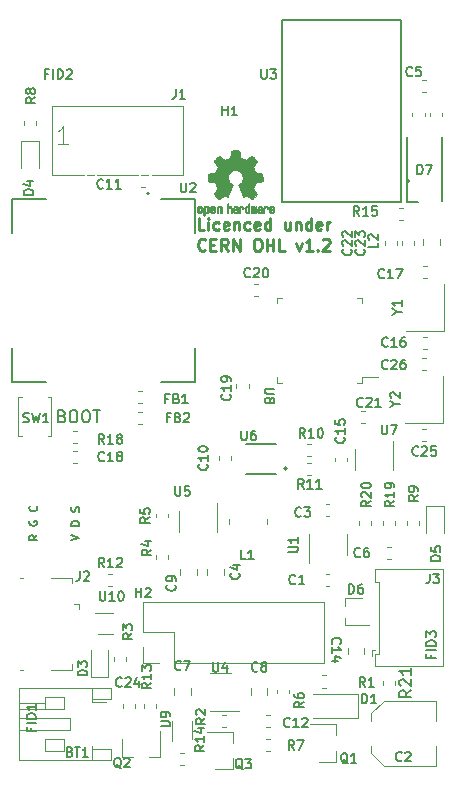
<source format=gto>
G04 #@! TF.GenerationSoftware,KiCad,Pcbnew,(5.0.1-3-g963ef8bb5)*
G04 #@! TF.CreationDate,2019-10-31T18:10:29+01:00*
G04 #@! TF.ProjectId,oibus-mini-CCC,6F696275732D6D696E692D4343432E6B,rev?*
G04 #@! TF.SameCoordinates,Original*
G04 #@! TF.FileFunction,Legend,Top*
G04 #@! TF.FilePolarity,Positive*
%FSLAX46Y46*%
G04 Gerber Fmt 4.6, Leading zero omitted, Abs format (unit mm)*
G04 Created by KiCad (PCBNEW (5.0.1-3-g963ef8bb5)) date 2019 October 31, Thursday 18:10:29*
%MOMM*%
%LPD*%
G01*
G04 APERTURE LIST*
%ADD10C,0.200000*%
%ADD11C,0.250000*%
%ADD12C,0.120000*%
%ADD13C,0.127000*%
%ADD14C,0.150000*%
%ADD15C,0.010000*%
G04 APERTURE END LIST*
D10*
X4342857Y30071428D02*
X4485714Y30023809D01*
X4533333Y29976190D01*
X4580952Y29880952D01*
X4580952Y29738095D01*
X4533333Y29642857D01*
X4485714Y29595238D01*
X4390476Y29547619D01*
X4009523Y29547619D01*
X4009523Y30547619D01*
X4342857Y30547619D01*
X4438095Y30500000D01*
X4485714Y30452380D01*
X4533333Y30357142D01*
X4533333Y30261904D01*
X4485714Y30166666D01*
X4438095Y30119047D01*
X4342857Y30071428D01*
X4009523Y30071428D01*
X5200000Y30547619D02*
X5390476Y30547619D01*
X5485714Y30500000D01*
X5580952Y30404761D01*
X5628571Y30214285D01*
X5628571Y29880952D01*
X5580952Y29690476D01*
X5485714Y29595238D01*
X5390476Y29547619D01*
X5200000Y29547619D01*
X5104761Y29595238D01*
X5009523Y29690476D01*
X4961904Y29880952D01*
X4961904Y30214285D01*
X5009523Y30404761D01*
X5104761Y30500000D01*
X5200000Y30547619D01*
X6247619Y30547619D02*
X6438095Y30547619D01*
X6533333Y30500000D01*
X6628571Y30404761D01*
X6676190Y30214285D01*
X6676190Y29880952D01*
X6628571Y29690476D01*
X6533333Y29595238D01*
X6438095Y29547619D01*
X6247619Y29547619D01*
X6152380Y29595238D01*
X6057142Y29690476D01*
X6009523Y29880952D01*
X6009523Y30214285D01*
X6057142Y30404761D01*
X6152380Y30500000D01*
X6247619Y30547619D01*
X6961904Y30547619D02*
X7533333Y30547619D01*
X7247619Y29547619D02*
X7247619Y30547619D01*
D11*
X16376190Y45822619D02*
X15900000Y45822619D01*
X15900000Y46822619D01*
X16709523Y45822619D02*
X16709523Y46489285D01*
X16709523Y46822619D02*
X16661904Y46775000D01*
X16709523Y46727380D01*
X16757142Y46775000D01*
X16709523Y46822619D01*
X16709523Y46727380D01*
X17614285Y45870238D02*
X17519047Y45822619D01*
X17328571Y45822619D01*
X17233333Y45870238D01*
X17185714Y45917857D01*
X17138095Y46013095D01*
X17138095Y46298809D01*
X17185714Y46394047D01*
X17233333Y46441666D01*
X17328571Y46489285D01*
X17519047Y46489285D01*
X17614285Y46441666D01*
X18423809Y45870238D02*
X18328571Y45822619D01*
X18138095Y45822619D01*
X18042857Y45870238D01*
X17995238Y45965476D01*
X17995238Y46346428D01*
X18042857Y46441666D01*
X18138095Y46489285D01*
X18328571Y46489285D01*
X18423809Y46441666D01*
X18471428Y46346428D01*
X18471428Y46251190D01*
X17995238Y46155952D01*
X18900000Y46489285D02*
X18900000Y45822619D01*
X18900000Y46394047D02*
X18947619Y46441666D01*
X19042857Y46489285D01*
X19185714Y46489285D01*
X19280952Y46441666D01*
X19328571Y46346428D01*
X19328571Y45822619D01*
X20233333Y45870238D02*
X20138095Y45822619D01*
X19947619Y45822619D01*
X19852380Y45870238D01*
X19804761Y45917857D01*
X19757142Y46013095D01*
X19757142Y46298809D01*
X19804761Y46394047D01*
X19852380Y46441666D01*
X19947619Y46489285D01*
X20138095Y46489285D01*
X20233333Y46441666D01*
X21042857Y45870238D02*
X20947619Y45822619D01*
X20757142Y45822619D01*
X20661904Y45870238D01*
X20614285Y45965476D01*
X20614285Y46346428D01*
X20661904Y46441666D01*
X20757142Y46489285D01*
X20947619Y46489285D01*
X21042857Y46441666D01*
X21090476Y46346428D01*
X21090476Y46251190D01*
X20614285Y46155952D01*
X21947619Y45822619D02*
X21947619Y46822619D01*
X21947619Y45870238D02*
X21852380Y45822619D01*
X21661904Y45822619D01*
X21566666Y45870238D01*
X21519047Y45917857D01*
X21471428Y46013095D01*
X21471428Y46298809D01*
X21519047Y46394047D01*
X21566666Y46441666D01*
X21661904Y46489285D01*
X21852380Y46489285D01*
X21947619Y46441666D01*
X23614285Y46489285D02*
X23614285Y45822619D01*
X23185714Y46489285D02*
X23185714Y45965476D01*
X23233333Y45870238D01*
X23328571Y45822619D01*
X23471428Y45822619D01*
X23566666Y45870238D01*
X23614285Y45917857D01*
X24090476Y46489285D02*
X24090476Y45822619D01*
X24090476Y46394047D02*
X24138095Y46441666D01*
X24233333Y46489285D01*
X24376190Y46489285D01*
X24471428Y46441666D01*
X24519047Y46346428D01*
X24519047Y45822619D01*
X25423809Y45822619D02*
X25423809Y46822619D01*
X25423809Y45870238D02*
X25328571Y45822619D01*
X25138095Y45822619D01*
X25042857Y45870238D01*
X24995238Y45917857D01*
X24947619Y46013095D01*
X24947619Y46298809D01*
X24995238Y46394047D01*
X25042857Y46441666D01*
X25138095Y46489285D01*
X25328571Y46489285D01*
X25423809Y46441666D01*
X26280952Y45870238D02*
X26185714Y45822619D01*
X25995238Y45822619D01*
X25900000Y45870238D01*
X25852380Y45965476D01*
X25852380Y46346428D01*
X25900000Y46441666D01*
X25995238Y46489285D01*
X26185714Y46489285D01*
X26280952Y46441666D01*
X26328571Y46346428D01*
X26328571Y46251190D01*
X25852380Y46155952D01*
X26757142Y45822619D02*
X26757142Y46489285D01*
X26757142Y46298809D02*
X26804761Y46394047D01*
X26852380Y46441666D01*
X26947619Y46489285D01*
X27042857Y46489285D01*
X16447619Y44167857D02*
X16400000Y44120238D01*
X16257142Y44072619D01*
X16161904Y44072619D01*
X16019047Y44120238D01*
X15923809Y44215476D01*
X15876190Y44310714D01*
X15828571Y44501190D01*
X15828571Y44644047D01*
X15876190Y44834523D01*
X15923809Y44929761D01*
X16019047Y45025000D01*
X16161904Y45072619D01*
X16257142Y45072619D01*
X16400000Y45025000D01*
X16447619Y44977380D01*
X16876190Y44596428D02*
X17209523Y44596428D01*
X17352380Y44072619D02*
X16876190Y44072619D01*
X16876190Y45072619D01*
X17352380Y45072619D01*
X18352380Y44072619D02*
X18019047Y44548809D01*
X17780952Y44072619D02*
X17780952Y45072619D01*
X18161904Y45072619D01*
X18257142Y45025000D01*
X18304761Y44977380D01*
X18352380Y44882142D01*
X18352380Y44739285D01*
X18304761Y44644047D01*
X18257142Y44596428D01*
X18161904Y44548809D01*
X17780952Y44548809D01*
X18780952Y44072619D02*
X18780952Y45072619D01*
X19352380Y44072619D01*
X19352380Y45072619D01*
X20780952Y45072619D02*
X20971428Y45072619D01*
X21066666Y45025000D01*
X21161904Y44929761D01*
X21209523Y44739285D01*
X21209523Y44405952D01*
X21161904Y44215476D01*
X21066666Y44120238D01*
X20971428Y44072619D01*
X20780952Y44072619D01*
X20685714Y44120238D01*
X20590476Y44215476D01*
X20542857Y44405952D01*
X20542857Y44739285D01*
X20590476Y44929761D01*
X20685714Y45025000D01*
X20780952Y45072619D01*
X21638095Y44072619D02*
X21638095Y45072619D01*
X21638095Y44596428D02*
X22209523Y44596428D01*
X22209523Y44072619D02*
X22209523Y45072619D01*
X23161904Y44072619D02*
X22685714Y44072619D01*
X22685714Y45072619D01*
X24161904Y44739285D02*
X24400000Y44072619D01*
X24638095Y44739285D01*
X25542857Y44072619D02*
X24971428Y44072619D01*
X25257142Y44072619D02*
X25257142Y45072619D01*
X25161904Y44929761D01*
X25066666Y44834523D01*
X24971428Y44786904D01*
X25971428Y44167857D02*
X26019047Y44120238D01*
X25971428Y44072619D01*
X25923809Y44120238D01*
X25971428Y44167857D01*
X25971428Y44072619D01*
X26400000Y44977380D02*
X26447619Y45025000D01*
X26542857Y45072619D01*
X26780952Y45072619D01*
X26876190Y45025000D01*
X26923809Y44977380D01*
X26971428Y44882142D01*
X26971428Y44786904D01*
X26923809Y44644047D01*
X26352380Y44072619D01*
X26971428Y44072619D01*
D12*
G04 #@! TO.C,U8*
X29751624Y33340000D02*
X31041624Y33340000D01*
X29751624Y32890000D02*
X29751624Y33340000D01*
X29301624Y32890000D02*
X29751624Y32890000D01*
X22531624Y32890000D02*
X22531624Y33340000D01*
X22981624Y32890000D02*
X22531624Y32890000D01*
X29751624Y40110000D02*
X29751624Y39660000D01*
X29301624Y40110000D02*
X29751624Y40110000D01*
X22531624Y40110000D02*
X22531624Y39660000D01*
X22981624Y40110000D02*
X22531624Y40110000D01*
G04 #@! TO.C,R3*
X8740000Y9662779D02*
X8740000Y9337221D01*
X9760000Y9662779D02*
X9760000Y9337221D01*
G04 #@! TO.C,C15*
X28410000Y26237221D02*
X28410000Y26562779D01*
X27390000Y26237221D02*
X27390000Y26562779D01*
G04 #@! TO.C,C16*
X35197989Y36760000D02*
X34872431Y36760000D01*
X35197989Y35740000D02*
X34872431Y35740000D01*
G04 #@! TO.C,C17*
X35197989Y42760000D02*
X34872431Y42760000D01*
X35197989Y41740000D02*
X34872431Y41740000D01*
G04 #@! TO.C,C18*
X5237221Y26090000D02*
X5562779Y26090000D01*
X5237221Y27110000D02*
X5562779Y27110000D01*
G04 #@! TO.C,C19*
X19090000Y32775279D02*
X19090000Y32449721D01*
X20110000Y32775279D02*
X20110000Y32449721D01*
G04 #@! TO.C,C20*
X20587221Y40240000D02*
X20912779Y40240000D01*
X20587221Y41260000D02*
X20912779Y41260000D01*
G04 #@! TO.C,C21*
X29637221Y29490000D02*
X29962779Y29490000D01*
X29637221Y30510000D02*
X29962779Y30510000D01*
G04 #@! TO.C,C22*
X31640000Y44912779D02*
X31640000Y44587221D01*
X32660000Y44912779D02*
X32660000Y44587221D01*
G04 #@! TO.C,C23*
X33140000Y44912779D02*
X33140000Y44587221D01*
X34160000Y44912779D02*
X34160000Y44587221D01*
G04 #@! TO.C,C14*
X29910000Y9941422D02*
X29910000Y10458578D01*
X28490000Y9941422D02*
X28490000Y10458578D01*
G04 #@! TO.C,D6*
X29680000Y14660000D02*
X28270000Y14660000D01*
X28270000Y12340000D02*
X30300000Y12340000D01*
X28270000Y12340000D02*
X28270000Y13000000D01*
X28270000Y14000000D02*
X28270000Y14660000D01*
G04 #@! TO.C,C2*
X30490000Y1504437D02*
X31554437Y440000D01*
X30490000Y4895563D02*
X31554437Y5960000D01*
X30490000Y4895563D02*
X30490000Y4260000D01*
X30490000Y1504437D02*
X30490000Y2140000D01*
X31554437Y440000D02*
X36010000Y440000D01*
X31554437Y5960000D02*
X36010000Y5960000D01*
X36010000Y5960000D02*
X36010000Y4260000D01*
X36010000Y440000D02*
X36010000Y2140000D01*
G04 #@! TO.C,L2*
X34890000Y45058578D02*
X34890000Y44541422D01*
X36310000Y45058578D02*
X36310000Y44541422D01*
G04 #@! TO.C,U7*
X32310000Y25500000D02*
X32310000Y27950000D01*
X29090000Y27300000D02*
X29090000Y25500000D01*
G04 #@! TO.C,Y1*
X36635210Y37250000D02*
X36635210Y41250000D01*
X33435210Y37250000D02*
X36635210Y37250000D01*
G04 #@! TO.C,R10*
X25412779Y27710000D02*
X25087221Y27710000D01*
X25412779Y26690000D02*
X25087221Y26690000D01*
G04 #@! TO.C,R11*
X25412779Y26110000D02*
X25087221Y26110000D01*
X25412779Y25090000D02*
X25087221Y25090000D01*
G04 #@! TO.C,D4*
X2335000Y51050000D02*
X2335000Y53335000D01*
X2335000Y53335000D02*
X865000Y53335000D01*
X865000Y53335000D02*
X865000Y51050000D01*
G04 #@! TO.C,R8*
X2110000Y54687221D02*
X2110000Y55012779D01*
X1090000Y54687221D02*
X1090000Y55012779D01*
G04 #@! TO.C,R9*
X34510000Y21162779D02*
X34510000Y20837221D01*
X33490000Y21162779D02*
X33490000Y20837221D01*
G04 #@! TO.C,D5*
X36635000Y20200000D02*
X36635000Y22485000D01*
X36635000Y22485000D02*
X35165000Y22485000D01*
X35165000Y22485000D02*
X35165000Y20200000D01*
G04 #@! TO.C,D3*
X8235000Y8015000D02*
X8235000Y10300000D01*
X6765000Y8015000D02*
X8235000Y8015000D01*
X6765000Y10300000D02*
X6765000Y8015000D01*
G04 #@! TO.C,H2*
X11170000Y9170000D02*
X11170000Y10500000D01*
X12500000Y9170000D02*
X11170000Y9170000D01*
X11170000Y11770000D02*
X11170000Y14370000D01*
X13770000Y11770000D02*
X11170000Y11770000D01*
X13770000Y9170000D02*
X13770000Y11770000D01*
X11170000Y14370000D02*
X26530000Y14370000D01*
X13770000Y9170000D02*
X26530000Y9170000D01*
X26530000Y9170000D02*
X26530000Y14370000D01*
D13*
G04 #@! TO.C,U2*
X15550000Y45570000D02*
X15550000Y48450000D01*
X12670000Y48450000D02*
X15550000Y48450000D01*
X12670000Y32950000D02*
X15550000Y32950000D01*
X15550000Y35830000D02*
X15550000Y32950000D01*
X50000Y35830000D02*
X50000Y32950000D01*
X2930000Y32950000D02*
X50000Y32950000D01*
X2930000Y48450000D02*
X50000Y48450000D01*
X50000Y45570000D02*
X50000Y48450000D01*
D10*
X11700000Y48900000D02*
G75*
G03X11700000Y48900000I-100000J0D01*
G01*
D13*
G04 #@! TO.C,U6*
X22400000Y25200000D02*
X19900000Y25200000D01*
X22400000Y27700000D02*
X19900000Y27700000D01*
D10*
X23370000Y25650000D02*
G75*
G03X23370000Y25650000I-120000J0D01*
G01*
D12*
G04 #@! TO.C,C5*
X35162779Y57490000D02*
X34837221Y57490000D01*
X35162779Y58510000D02*
X34837221Y58510000D01*
G04 #@! TO.C,C10*
X17640000Y26337221D02*
X17640000Y26662779D01*
X18660000Y26337221D02*
X18660000Y26662779D01*
G04 #@! TO.C,C11*
X11362779Y49490000D02*
X11037221Y49490000D01*
X11362779Y50510000D02*
X11037221Y50510000D01*
G04 #@! TO.C,FB1*
X11096148Y32177542D02*
X10770590Y32177542D01*
X11096148Y31157542D02*
X10770590Y31157542D01*
G04 #@! TO.C,FB2*
X11096148Y29407542D02*
X10770590Y29407542D01*
X11096148Y30427542D02*
X10770590Y30427542D01*
G04 #@! TO.C,SW1*
X3100000Y28350000D02*
X3400000Y28350000D01*
X3400000Y28350000D02*
X3400000Y31650000D01*
X3400000Y31650000D02*
X3100000Y31650000D01*
X900000Y28350000D02*
X600000Y28350000D01*
X600000Y28350000D02*
X600000Y31650000D01*
X600000Y31650000D02*
X900000Y31650000D01*
D10*
G04 #@! TO.C,U3*
X33754000Y50000000D02*
G75*
G03X33754000Y50000000I-100000J0D01*
G01*
D13*
X33020000Y48180000D02*
X22980000Y48180000D01*
X22980000Y48180000D02*
X22980000Y63620000D01*
X22980000Y63620000D02*
X33020000Y63620000D01*
X33020000Y63620000D02*
X33020000Y48180000D01*
D12*
G04 #@! TO.C,BT1*
X6860000Y5860000D02*
X6860000Y6140000D01*
X6860000Y6140000D02*
X8460000Y6140000D01*
X8460000Y6140000D02*
X8460000Y7060000D01*
X8460000Y7060000D02*
X640000Y7060000D01*
X640000Y7060000D02*
X640000Y940000D01*
X640000Y940000D02*
X8460000Y940000D01*
X8460000Y940000D02*
X8460000Y1860000D01*
X8460000Y1860000D02*
X6860000Y1860000D01*
X6860000Y1860000D02*
X6860000Y2140000D01*
X640000Y4500000D02*
X5000000Y4500000D01*
X5000000Y4500000D02*
X5000000Y3500000D01*
X5000000Y3500000D02*
X640000Y3500000D01*
X6860000Y7060000D02*
X6860000Y6140000D01*
X6860000Y940000D02*
X6860000Y1860000D01*
X4500000Y6300000D02*
X2900000Y6300000D01*
X2900000Y6300000D02*
X2900000Y5300000D01*
X2900000Y5300000D02*
X4500000Y5300000D01*
X4500000Y5300000D02*
X4500000Y6300000D01*
X4500000Y1700000D02*
X2900000Y1700000D01*
X2900000Y1700000D02*
X2900000Y2700000D01*
X2900000Y2700000D02*
X4500000Y2700000D01*
X4500000Y2700000D02*
X4500000Y1700000D01*
X2900000Y5300000D02*
X640000Y5300000D01*
X2900000Y5800000D02*
X640000Y5800000D01*
X6860000Y5860000D02*
X8075000Y5860000D01*
G04 #@! TO.C,C1*
X26962779Y16710000D02*
X26637221Y16710000D01*
X26962779Y15690000D02*
X26637221Y15690000D01*
G04 #@! TO.C,C3*
X26962779Y21590000D02*
X26637221Y21590000D01*
X26962779Y22610000D02*
X26637221Y22610000D01*
G04 #@! TO.C,C4*
X18010000Y16641422D02*
X18010000Y17158578D01*
X16590000Y16641422D02*
X16590000Y17158578D01*
G04 #@! TO.C,C7*
X15210000Y7008578D02*
X15210000Y6491422D01*
X13790000Y7008578D02*
X13790000Y6491422D01*
G04 #@! TO.C,C8*
X21710000Y6491422D02*
X21710000Y7008578D01*
X20290000Y6491422D02*
X20290000Y7008578D01*
G04 #@! TO.C,C9*
X14340000Y16641422D02*
X14340000Y17158578D01*
X15760000Y16641422D02*
X15760000Y17158578D01*
G04 #@! TO.C,C12*
X21587221Y4760000D02*
X21912779Y4760000D01*
X21587221Y3740000D02*
X21912779Y3740000D01*
G04 #@! TO.C,L1*
X18450000Y20950000D02*
X18450000Y21350000D01*
X21650000Y20950000D02*
X21650000Y21350000D01*
G04 #@! TO.C,Q1*
X27510000Y820000D02*
X27510000Y1750000D01*
X27510000Y3980000D02*
X27510000Y3050000D01*
X27510000Y3980000D02*
X25350000Y3980000D01*
X27510000Y820000D02*
X26050000Y820000D01*
G04 #@! TO.C,R2*
X17837221Y4760000D02*
X18162779Y4760000D01*
X17837221Y3740000D02*
X18162779Y3740000D01*
G04 #@! TO.C,R4*
X13310000Y17987221D02*
X13310000Y18312779D01*
X12290000Y17987221D02*
X12290000Y18312779D01*
G04 #@! TO.C,R5*
X12290000Y21487221D02*
X12290000Y21812779D01*
X13310000Y21487221D02*
X13310000Y21812779D01*
G04 #@! TO.C,R6*
X22490000Y6912779D02*
X22490000Y6587221D01*
X23510000Y6912779D02*
X23510000Y6587221D01*
G04 #@! TO.C,R7*
X21912779Y1740000D02*
X21587221Y1740000D01*
X21912779Y2760000D02*
X21587221Y2760000D01*
G04 #@! TO.C,U1*
X25215001Y20075001D02*
X25215001Y17625001D01*
X28435001Y18275001D02*
X28435001Y20075001D01*
G04 #@! TO.C,U4*
X18650000Y8360000D02*
X16850000Y8360000D01*
X16850000Y5140000D02*
X19300000Y5140000D01*
G04 #@! TO.C,U5*
X14190000Y22050000D02*
X14190000Y20250000D01*
X17410000Y20250000D02*
X17410000Y22700000D01*
G04 #@! TO.C,J2*
X5200000Y16400000D02*
X5200000Y15950000D01*
X3350000Y16400000D02*
X5200000Y16400000D01*
X800000Y8600000D02*
X1050000Y8600000D01*
X800000Y16400000D02*
X1050000Y16400000D01*
X3350000Y8600000D02*
X5200000Y8600000D01*
X5200000Y8600000D02*
X5200000Y9050000D01*
X5750000Y14200000D02*
X5750000Y13750000D01*
X5750000Y14200000D02*
X5300000Y14200000D01*
G04 #@! TO.C,J3*
X30850000Y10250000D02*
X30550000Y10250000D01*
X30550000Y10250000D02*
X30550000Y9750000D01*
X31140000Y13000000D02*
X31140000Y9960000D01*
X31140000Y9960000D02*
X30840000Y9960000D01*
X30840000Y9960000D02*
X30840000Y8890000D01*
X30840000Y8890000D02*
X36560000Y8890000D01*
X36560000Y8890000D02*
X36560000Y13000000D01*
X31140000Y13000000D02*
X31140000Y16040000D01*
X31140000Y16040000D02*
X30840000Y16040000D01*
X30840000Y16040000D02*
X30840000Y17110000D01*
X30840000Y17110000D02*
X36560000Y17110000D01*
X36560000Y17110000D02*
X36560000Y13000000D01*
G04 #@! TO.C,R1*
X26337221Y8110000D02*
X26662779Y8110000D01*
X26337221Y7090000D02*
X26662779Y7090000D01*
G04 #@! TO.C,R12*
X8237221Y15690000D02*
X8562779Y15690000D01*
X8237221Y16710000D02*
X8562779Y16710000D01*
G04 #@! TO.C,C24*
X9490000Y5337221D02*
X9490000Y5662779D01*
X10510000Y5337221D02*
X10510000Y5662779D01*
G04 #@! TO.C,C25*
X35162779Y27990000D02*
X34837221Y27990000D01*
X35162779Y29010000D02*
X34837221Y29010000D01*
G04 #@! TO.C,C26*
X35162779Y35010000D02*
X34837221Y35010000D01*
X35162779Y33990000D02*
X34837221Y33990000D01*
D14*
G04 #@! TO.C,D7*
X36500000Y53700000D02*
X36500000Y48300000D01*
X33500000Y53700000D02*
X33500000Y48200000D01*
X34500000Y48200000D02*
X33500000Y48200000D01*
D12*
G04 #@! TO.C,Q2*
X9420000Y1240000D02*
X9420000Y2700000D01*
X12580000Y1240000D02*
X12580000Y3400000D01*
X12580000Y1240000D02*
X11650000Y1240000D01*
X9420000Y1240000D02*
X10350000Y1240000D01*
G04 #@! TO.C,Q3*
X18760000Y170000D02*
X18760000Y1100000D01*
X18760000Y3330000D02*
X18760000Y2400000D01*
X18760000Y3330000D02*
X16600000Y3330000D01*
X18760000Y170000D02*
X17300000Y170000D01*
G04 #@! TO.C,R13*
X11240000Y5662779D02*
X11240000Y5337221D01*
X12260000Y5662779D02*
X12260000Y5337221D01*
G04 #@! TO.C,R14*
X14337221Y1510000D02*
X14662779Y1510000D01*
X14337221Y490000D02*
X14662779Y490000D01*
G04 #@! TO.C,R15*
X32837221Y47710000D02*
X33162779Y47710000D01*
X32837221Y46690000D02*
X33162779Y46690000D01*
G04 #@! TO.C,R16*
X35490000Y55762779D02*
X35490000Y55437221D01*
X36510000Y55762779D02*
X36510000Y55437221D01*
G04 #@! TO.C,R17*
X35010000Y55762779D02*
X35010000Y55437221D01*
X33990000Y55762779D02*
X33990000Y55437221D01*
G04 #@! TO.C,U9*
X13650000Y2555000D02*
X13650000Y4255000D01*
X15350000Y2705000D02*
X15350000Y4255000D01*
G04 #@! TO.C,Y2*
X33400000Y29500000D02*
X36600000Y29500000D01*
X36600000Y29500000D02*
X36600000Y33500000D01*
G04 #@! TO.C,R18*
X5237221Y28810000D02*
X5562779Y28810000D01*
X5237221Y27790000D02*
X5562779Y27790000D01*
G04 #@! TO.C,J1*
X11000000Y50500000D02*
X11600000Y50500000D01*
X6400000Y50500000D02*
X7000000Y50500000D01*
X3500000Y56350000D02*
X14550000Y56350000D01*
X3500000Y50500000D02*
X3500000Y56350000D01*
X7250000Y50500000D02*
X10750000Y50500000D01*
X14550000Y50500000D02*
X14550000Y56350000D01*
X3500000Y50500000D02*
X6150000Y50500000D01*
X11900000Y50500000D02*
X14550000Y50500000D01*
G04 #@! TO.C,U10*
X8650000Y11600000D02*
X7350000Y11600000D01*
X7100000Y13400000D02*
X8650000Y13400000D01*
G04 #@! TO.C,C6*
X32162779Y17990000D02*
X31837221Y17990000D01*
X32162779Y19010000D02*
X31837221Y19010000D01*
G04 #@! TO.C,R19*
X32510000Y21162779D02*
X32510000Y20837221D01*
X31490000Y21162779D02*
X31490000Y20837221D01*
G04 #@! TO.C,R20*
X30510000Y20837221D02*
X30510000Y21162779D01*
X29490000Y20837221D02*
X29490000Y21162779D01*
D15*
G04 #@! TO.C,REF\002A\002A*
G36*
X19103910Y52557652D02*
X19182454Y52557222D01*
X19239298Y52556058D01*
X19278105Y52553793D01*
X19302538Y52550060D01*
X19316262Y52544494D01*
X19322940Y52536727D01*
X19326236Y52526395D01*
X19326556Y52525057D01*
X19331562Y52500921D01*
X19340829Y52453299D01*
X19353392Y52387259D01*
X19368287Y52307872D01*
X19384551Y52220204D01*
X19385119Y52217125D01*
X19401410Y52131211D01*
X19416652Y52055304D01*
X19429861Y51993955D01*
X19440054Y51951718D01*
X19446248Y51933145D01*
X19446543Y51932816D01*
X19464788Y51923747D01*
X19502405Y51908633D01*
X19551271Y51890738D01*
X19551543Y51890642D01*
X19613093Y51867507D01*
X19685657Y51838035D01*
X19754057Y51808403D01*
X19757294Y51806938D01*
X19868702Y51756374D01*
X20115399Y51924840D01*
X20191077Y51976197D01*
X20259631Y52022111D01*
X20317088Y52059970D01*
X20359476Y52087163D01*
X20382825Y52101079D01*
X20385042Y52102111D01*
X20402010Y52097516D01*
X20433701Y52075345D01*
X20481352Y52034553D01*
X20546198Y51974095D01*
X20612397Y51909773D01*
X20676214Y51846388D01*
X20733329Y51788549D01*
X20780305Y51739825D01*
X20813703Y51703790D01*
X20830085Y51684016D01*
X20830694Y51682998D01*
X20832505Y51669428D01*
X20825683Y51647267D01*
X20808540Y51613522D01*
X20779393Y51565200D01*
X20736555Y51499308D01*
X20679448Y51414483D01*
X20628766Y51339823D01*
X20583461Y51272860D01*
X20546150Y51217484D01*
X20519452Y51177580D01*
X20505985Y51157038D01*
X20505137Y51155644D01*
X20506781Y51135962D01*
X20519245Y51097707D01*
X20540048Y51048111D01*
X20547462Y51032272D01*
X20579814Y50961710D01*
X20614328Y50881647D01*
X20642365Y50812371D01*
X20662568Y50760955D01*
X20678615Y50721881D01*
X20687888Y50701459D01*
X20689041Y50699886D01*
X20706096Y50697279D01*
X20746298Y50690137D01*
X20804302Y50679477D01*
X20874763Y50666315D01*
X20952335Y50651667D01*
X21031672Y50636551D01*
X21107431Y50621982D01*
X21174264Y50608978D01*
X21226828Y50598555D01*
X21259776Y50591730D01*
X21267857Y50589801D01*
X21276205Y50585038D01*
X21282506Y50574282D01*
X21287045Y50553902D01*
X21290104Y50520266D01*
X21291967Y50469745D01*
X21292918Y50398708D01*
X21293240Y50303524D01*
X21293257Y50264508D01*
X21293257Y49947201D01*
X21217057Y49932161D01*
X21174663Y49924005D01*
X21111400Y49912101D01*
X21034962Y49897884D01*
X20953043Y49882790D01*
X20930400Y49878645D01*
X20854806Y49863947D01*
X20788953Y49849495D01*
X20738366Y49836625D01*
X20708574Y49826678D01*
X20703612Y49823713D01*
X20691426Y49802717D01*
X20673953Y49762033D01*
X20654577Y49709678D01*
X20650734Y49698400D01*
X20625339Y49628477D01*
X20593817Y49549582D01*
X20562969Y49478734D01*
X20562817Y49478405D01*
X20511447Y49367267D01*
X20680399Y49118747D01*
X20849352Y48870228D01*
X20632429Y48652942D01*
X20566819Y48588274D01*
X20506979Y48531267D01*
X20456267Y48484967D01*
X20418046Y48452416D01*
X20395675Y48436657D01*
X20392466Y48435657D01*
X20373626Y48443531D01*
X20335180Y48465422D01*
X20281330Y48498733D01*
X20216276Y48540869D01*
X20145940Y48588057D01*
X20074555Y48636190D01*
X20010908Y48678072D01*
X19959041Y48711129D01*
X19922995Y48732782D01*
X19906867Y48740457D01*
X19887189Y48733963D01*
X19849875Y48716850D01*
X19802621Y48692674D01*
X19797612Y48689987D01*
X19733977Y48658073D01*
X19690341Y48642421D01*
X19663202Y48642255D01*
X19649057Y48656796D01*
X19648975Y48657000D01*
X19641905Y48674221D01*
X19625042Y48715101D01*
X19599695Y48776475D01*
X19567171Y48855181D01*
X19528778Y48948053D01*
X19485822Y49051928D01*
X19444222Y49152498D01*
X19398504Y49263484D01*
X19356526Y49366297D01*
X19319548Y49457785D01*
X19288827Y49534799D01*
X19265622Y49594185D01*
X19251190Y49632791D01*
X19246743Y49647200D01*
X19257896Y49663728D01*
X19287069Y49690070D01*
X19325971Y49719113D01*
X19436757Y49810961D01*
X19523351Y49916241D01*
X19584716Y50032734D01*
X19619815Y50158224D01*
X19627608Y50290493D01*
X19621943Y50351543D01*
X19591078Y50478205D01*
X19537920Y50590059D01*
X19465767Y50685999D01*
X19377917Y50764924D01*
X19277665Y50825730D01*
X19168310Y50867313D01*
X19053147Y50888572D01*
X18935475Y50888401D01*
X18818590Y50865699D01*
X18705789Y50819362D01*
X18600369Y50748287D01*
X18556368Y50708089D01*
X18471979Y50604871D01*
X18413222Y50492075D01*
X18379704Y50372990D01*
X18371035Y50250905D01*
X18386823Y50129107D01*
X18426678Y50010884D01*
X18490207Y49899525D01*
X18577021Y49798316D01*
X18674029Y49719113D01*
X18714437Y49688838D01*
X18742982Y49662781D01*
X18753257Y49647175D01*
X18747877Y49630157D01*
X18732575Y49589500D01*
X18708612Y49528358D01*
X18677244Y49449881D01*
X18639732Y49357220D01*
X18597333Y49253528D01*
X18555663Y49152474D01*
X18509690Y49041393D01*
X18467107Y48938459D01*
X18429221Y48846835D01*
X18397340Y48769684D01*
X18372771Y48710169D01*
X18356820Y48671456D01*
X18350910Y48657000D01*
X18336948Y48642315D01*
X18309940Y48642358D01*
X18266413Y48657901D01*
X18202890Y48689716D01*
X18202388Y48689987D01*
X18154560Y48714677D01*
X18115897Y48732662D01*
X18094095Y48740386D01*
X18093133Y48740457D01*
X18076721Y48732622D01*
X18040487Y48710835D01*
X17988474Y48677672D01*
X17924725Y48635709D01*
X17854060Y48588057D01*
X17782116Y48539809D01*
X17717274Y48497849D01*
X17663735Y48464773D01*
X17625697Y48443179D01*
X17607533Y48435657D01*
X17590808Y48445543D01*
X17557180Y48473174D01*
X17510010Y48515505D01*
X17452658Y48569495D01*
X17388484Y48632101D01*
X17367497Y48653017D01*
X17150499Y48870377D01*
X17315668Y49112780D01*
X17365864Y49187219D01*
X17409919Y49254028D01*
X17445362Y49309335D01*
X17469719Y49349271D01*
X17480522Y49369964D01*
X17480838Y49371437D01*
X17475143Y49390942D01*
X17459826Y49430178D01*
X17437537Y49482570D01*
X17421893Y49517645D01*
X17392641Y49584799D01*
X17365094Y49652642D01*
X17343737Y49709966D01*
X17337935Y49727428D01*
X17321452Y49774062D01*
X17305340Y49810095D01*
X17296490Y49823713D01*
X17276960Y49832048D01*
X17234334Y49843863D01*
X17174145Y49857819D01*
X17101922Y49872578D01*
X17069600Y49878645D01*
X16987522Y49893727D01*
X16908795Y49908331D01*
X16841109Y49921020D01*
X16792160Y49930358D01*
X16782943Y49932161D01*
X16706743Y49947201D01*
X16706743Y50264508D01*
X16706914Y50368846D01*
X16707616Y50447787D01*
X16709134Y50504962D01*
X16711749Y50544001D01*
X16715746Y50568535D01*
X16721409Y50582195D01*
X16729020Y50588611D01*
X16732143Y50589801D01*
X16750978Y50594020D01*
X16792588Y50602438D01*
X16851630Y50614039D01*
X16922757Y50627805D01*
X17000625Y50642720D01*
X17079887Y50657768D01*
X17155198Y50671931D01*
X17221213Y50684194D01*
X17272587Y50693539D01*
X17303975Y50698950D01*
X17310959Y50699886D01*
X17317285Y50712404D01*
X17331290Y50745754D01*
X17350355Y50793623D01*
X17357634Y50812371D01*
X17386996Y50884805D01*
X17421571Y50964830D01*
X17452537Y51032272D01*
X17475323Y51083841D01*
X17490482Y51126215D01*
X17495542Y51152166D01*
X17494736Y51155644D01*
X17484041Y51172064D01*
X17459620Y51208583D01*
X17424095Y51261313D01*
X17380087Y51326365D01*
X17330217Y51399849D01*
X17320356Y51414355D01*
X17262492Y51500296D01*
X17219956Y51565739D01*
X17191054Y51613696D01*
X17174090Y51647180D01*
X17167367Y51669205D01*
X17169190Y51682783D01*
X17169236Y51682869D01*
X17183586Y51700703D01*
X17215323Y51735183D01*
X17261010Y51782732D01*
X17317204Y51839778D01*
X17380468Y51902745D01*
X17387602Y51909773D01*
X17467330Y51986980D01*
X17528857Y52043670D01*
X17573421Y52080890D01*
X17602257Y52099685D01*
X17614958Y52102111D01*
X17633494Y52091529D01*
X17671961Y52067084D01*
X17726386Y52031388D01*
X17792798Y51987053D01*
X17867225Y51936689D01*
X17884601Y51924840D01*
X18131297Y51756374D01*
X18242706Y51806938D01*
X18310457Y51836405D01*
X18383183Y51866041D01*
X18445703Y51889670D01*
X18448457Y51890642D01*
X18497360Y51908543D01*
X18535057Y51923680D01*
X18553425Y51932790D01*
X18553456Y51932816D01*
X18559285Y51949283D01*
X18569192Y51989781D01*
X18582195Y52049758D01*
X18597309Y52124660D01*
X18613552Y52209936D01*
X18614881Y52217125D01*
X18631175Y52304986D01*
X18646133Y52384740D01*
X18658791Y52451319D01*
X18668186Y52499653D01*
X18673354Y52524675D01*
X18673444Y52525057D01*
X18676589Y52535701D01*
X18682704Y52543738D01*
X18695453Y52549533D01*
X18718500Y52553453D01*
X18755509Y52555865D01*
X18810144Y52557135D01*
X18886067Y52557629D01*
X18986944Y52557714D01*
X19000000Y52557714D01*
X19103910Y52557652D01*
X19103910Y52557652D01*
G37*
X19103910Y52557652D02*
X19182454Y52557222D01*
X19239298Y52556058D01*
X19278105Y52553793D01*
X19302538Y52550060D01*
X19316262Y52544494D01*
X19322940Y52536727D01*
X19326236Y52526395D01*
X19326556Y52525057D01*
X19331562Y52500921D01*
X19340829Y52453299D01*
X19353392Y52387259D01*
X19368287Y52307872D01*
X19384551Y52220204D01*
X19385119Y52217125D01*
X19401410Y52131211D01*
X19416652Y52055304D01*
X19429861Y51993955D01*
X19440054Y51951718D01*
X19446248Y51933145D01*
X19446543Y51932816D01*
X19464788Y51923747D01*
X19502405Y51908633D01*
X19551271Y51890738D01*
X19551543Y51890642D01*
X19613093Y51867507D01*
X19685657Y51838035D01*
X19754057Y51808403D01*
X19757294Y51806938D01*
X19868702Y51756374D01*
X20115399Y51924840D01*
X20191077Y51976197D01*
X20259631Y52022111D01*
X20317088Y52059970D01*
X20359476Y52087163D01*
X20382825Y52101079D01*
X20385042Y52102111D01*
X20402010Y52097516D01*
X20433701Y52075345D01*
X20481352Y52034553D01*
X20546198Y51974095D01*
X20612397Y51909773D01*
X20676214Y51846388D01*
X20733329Y51788549D01*
X20780305Y51739825D01*
X20813703Y51703790D01*
X20830085Y51684016D01*
X20830694Y51682998D01*
X20832505Y51669428D01*
X20825683Y51647267D01*
X20808540Y51613522D01*
X20779393Y51565200D01*
X20736555Y51499308D01*
X20679448Y51414483D01*
X20628766Y51339823D01*
X20583461Y51272860D01*
X20546150Y51217484D01*
X20519452Y51177580D01*
X20505985Y51157038D01*
X20505137Y51155644D01*
X20506781Y51135962D01*
X20519245Y51097707D01*
X20540048Y51048111D01*
X20547462Y51032272D01*
X20579814Y50961710D01*
X20614328Y50881647D01*
X20642365Y50812371D01*
X20662568Y50760955D01*
X20678615Y50721881D01*
X20687888Y50701459D01*
X20689041Y50699886D01*
X20706096Y50697279D01*
X20746298Y50690137D01*
X20804302Y50679477D01*
X20874763Y50666315D01*
X20952335Y50651667D01*
X21031672Y50636551D01*
X21107431Y50621982D01*
X21174264Y50608978D01*
X21226828Y50598555D01*
X21259776Y50591730D01*
X21267857Y50589801D01*
X21276205Y50585038D01*
X21282506Y50574282D01*
X21287045Y50553902D01*
X21290104Y50520266D01*
X21291967Y50469745D01*
X21292918Y50398708D01*
X21293240Y50303524D01*
X21293257Y50264508D01*
X21293257Y49947201D01*
X21217057Y49932161D01*
X21174663Y49924005D01*
X21111400Y49912101D01*
X21034962Y49897884D01*
X20953043Y49882790D01*
X20930400Y49878645D01*
X20854806Y49863947D01*
X20788953Y49849495D01*
X20738366Y49836625D01*
X20708574Y49826678D01*
X20703612Y49823713D01*
X20691426Y49802717D01*
X20673953Y49762033D01*
X20654577Y49709678D01*
X20650734Y49698400D01*
X20625339Y49628477D01*
X20593817Y49549582D01*
X20562969Y49478734D01*
X20562817Y49478405D01*
X20511447Y49367267D01*
X20680399Y49118747D01*
X20849352Y48870228D01*
X20632429Y48652942D01*
X20566819Y48588274D01*
X20506979Y48531267D01*
X20456267Y48484967D01*
X20418046Y48452416D01*
X20395675Y48436657D01*
X20392466Y48435657D01*
X20373626Y48443531D01*
X20335180Y48465422D01*
X20281330Y48498733D01*
X20216276Y48540869D01*
X20145940Y48588057D01*
X20074555Y48636190D01*
X20010908Y48678072D01*
X19959041Y48711129D01*
X19922995Y48732782D01*
X19906867Y48740457D01*
X19887189Y48733963D01*
X19849875Y48716850D01*
X19802621Y48692674D01*
X19797612Y48689987D01*
X19733977Y48658073D01*
X19690341Y48642421D01*
X19663202Y48642255D01*
X19649057Y48656796D01*
X19648975Y48657000D01*
X19641905Y48674221D01*
X19625042Y48715101D01*
X19599695Y48776475D01*
X19567171Y48855181D01*
X19528778Y48948053D01*
X19485822Y49051928D01*
X19444222Y49152498D01*
X19398504Y49263484D01*
X19356526Y49366297D01*
X19319548Y49457785D01*
X19288827Y49534799D01*
X19265622Y49594185D01*
X19251190Y49632791D01*
X19246743Y49647200D01*
X19257896Y49663728D01*
X19287069Y49690070D01*
X19325971Y49719113D01*
X19436757Y49810961D01*
X19523351Y49916241D01*
X19584716Y50032734D01*
X19619815Y50158224D01*
X19627608Y50290493D01*
X19621943Y50351543D01*
X19591078Y50478205D01*
X19537920Y50590059D01*
X19465767Y50685999D01*
X19377917Y50764924D01*
X19277665Y50825730D01*
X19168310Y50867313D01*
X19053147Y50888572D01*
X18935475Y50888401D01*
X18818590Y50865699D01*
X18705789Y50819362D01*
X18600369Y50748287D01*
X18556368Y50708089D01*
X18471979Y50604871D01*
X18413222Y50492075D01*
X18379704Y50372990D01*
X18371035Y50250905D01*
X18386823Y50129107D01*
X18426678Y50010884D01*
X18490207Y49899525D01*
X18577021Y49798316D01*
X18674029Y49719113D01*
X18714437Y49688838D01*
X18742982Y49662781D01*
X18753257Y49647175D01*
X18747877Y49630157D01*
X18732575Y49589500D01*
X18708612Y49528358D01*
X18677244Y49449881D01*
X18639732Y49357220D01*
X18597333Y49253528D01*
X18555663Y49152474D01*
X18509690Y49041393D01*
X18467107Y48938459D01*
X18429221Y48846835D01*
X18397340Y48769684D01*
X18372771Y48710169D01*
X18356820Y48671456D01*
X18350910Y48657000D01*
X18336948Y48642315D01*
X18309940Y48642358D01*
X18266413Y48657901D01*
X18202890Y48689716D01*
X18202388Y48689987D01*
X18154560Y48714677D01*
X18115897Y48732662D01*
X18094095Y48740386D01*
X18093133Y48740457D01*
X18076721Y48732622D01*
X18040487Y48710835D01*
X17988474Y48677672D01*
X17924725Y48635709D01*
X17854060Y48588057D01*
X17782116Y48539809D01*
X17717274Y48497849D01*
X17663735Y48464773D01*
X17625697Y48443179D01*
X17607533Y48435657D01*
X17590808Y48445543D01*
X17557180Y48473174D01*
X17510010Y48515505D01*
X17452658Y48569495D01*
X17388484Y48632101D01*
X17367497Y48653017D01*
X17150499Y48870377D01*
X17315668Y49112780D01*
X17365864Y49187219D01*
X17409919Y49254028D01*
X17445362Y49309335D01*
X17469719Y49349271D01*
X17480522Y49369964D01*
X17480838Y49371437D01*
X17475143Y49390942D01*
X17459826Y49430178D01*
X17437537Y49482570D01*
X17421893Y49517645D01*
X17392641Y49584799D01*
X17365094Y49652642D01*
X17343737Y49709966D01*
X17337935Y49727428D01*
X17321452Y49774062D01*
X17305340Y49810095D01*
X17296490Y49823713D01*
X17276960Y49832048D01*
X17234334Y49843863D01*
X17174145Y49857819D01*
X17101922Y49872578D01*
X17069600Y49878645D01*
X16987522Y49893727D01*
X16908795Y49908331D01*
X16841109Y49921020D01*
X16792160Y49930358D01*
X16782943Y49932161D01*
X16706743Y49947201D01*
X16706743Y50264508D01*
X16706914Y50368846D01*
X16707616Y50447787D01*
X16709134Y50504962D01*
X16711749Y50544001D01*
X16715746Y50568535D01*
X16721409Y50582195D01*
X16729020Y50588611D01*
X16732143Y50589801D01*
X16750978Y50594020D01*
X16792588Y50602438D01*
X16851630Y50614039D01*
X16922757Y50627805D01*
X17000625Y50642720D01*
X17079887Y50657768D01*
X17155198Y50671931D01*
X17221213Y50684194D01*
X17272587Y50693539D01*
X17303975Y50698950D01*
X17310959Y50699886D01*
X17317285Y50712404D01*
X17331290Y50745754D01*
X17350355Y50793623D01*
X17357634Y50812371D01*
X17386996Y50884805D01*
X17421571Y50964830D01*
X17452537Y51032272D01*
X17475323Y51083841D01*
X17490482Y51126215D01*
X17495542Y51152166D01*
X17494736Y51155644D01*
X17484041Y51172064D01*
X17459620Y51208583D01*
X17424095Y51261313D01*
X17380087Y51326365D01*
X17330217Y51399849D01*
X17320356Y51414355D01*
X17262492Y51500296D01*
X17219956Y51565739D01*
X17191054Y51613696D01*
X17174090Y51647180D01*
X17167367Y51669205D01*
X17169190Y51682783D01*
X17169236Y51682869D01*
X17183586Y51700703D01*
X17215323Y51735183D01*
X17261010Y51782732D01*
X17317204Y51839778D01*
X17380468Y51902745D01*
X17387602Y51909773D01*
X17467330Y51986980D01*
X17528857Y52043670D01*
X17573421Y52080890D01*
X17602257Y52099685D01*
X17614958Y52102111D01*
X17633494Y52091529D01*
X17671961Y52067084D01*
X17726386Y52031388D01*
X17792798Y51987053D01*
X17867225Y51936689D01*
X17884601Y51924840D01*
X18131297Y51756374D01*
X18242706Y51806938D01*
X18310457Y51836405D01*
X18383183Y51866041D01*
X18445703Y51889670D01*
X18448457Y51890642D01*
X18497360Y51908543D01*
X18535057Y51923680D01*
X18553425Y51932790D01*
X18553456Y51932816D01*
X18559285Y51949283D01*
X18569192Y51989781D01*
X18582195Y52049758D01*
X18597309Y52124660D01*
X18613552Y52209936D01*
X18614881Y52217125D01*
X18631175Y52304986D01*
X18646133Y52384740D01*
X18658791Y52451319D01*
X18668186Y52499653D01*
X18673354Y52524675D01*
X18673444Y52525057D01*
X18676589Y52535701D01*
X18682704Y52543738D01*
X18695453Y52549533D01*
X18718500Y52553453D01*
X18755509Y52555865D01*
X18810144Y52557135D01*
X18886067Y52557629D01*
X18986944Y52557714D01*
X19000000Y52557714D01*
X19103910Y52557652D01*
G36*
X22153595Y47833034D02*
X22211021Y47795503D01*
X22238719Y47761904D01*
X22260662Y47700936D01*
X22262405Y47652692D01*
X22258457Y47588184D01*
X22109686Y47523066D01*
X22037349Y47489798D01*
X21990084Y47463036D01*
X21965507Y47439856D01*
X21961237Y47417333D01*
X21974889Y47392545D01*
X21989943Y47376114D01*
X22033746Y47349765D01*
X22081389Y47347919D01*
X22125145Y47368454D01*
X22157289Y47409248D01*
X22163038Y47423653D01*
X22190576Y47468644D01*
X22222258Y47487818D01*
X22265714Y47504221D01*
X22265714Y47442034D01*
X22261872Y47399717D01*
X22246823Y47364031D01*
X22215280Y47323057D01*
X22210592Y47317733D01*
X22175506Y47281280D01*
X22145347Y47261717D01*
X22107615Y47252717D01*
X22076335Y47249770D01*
X22020385Y47249035D01*
X21980555Y47258340D01*
X21955708Y47272154D01*
X21916656Y47302533D01*
X21889625Y47335387D01*
X21872517Y47376706D01*
X21863238Y47432479D01*
X21859693Y47508695D01*
X21859410Y47547378D01*
X21860372Y47593753D01*
X21948007Y47593753D01*
X21949023Y47568874D01*
X21951556Y47564800D01*
X21968274Y47570335D01*
X22004249Y47584983D01*
X22052331Y47605810D01*
X22062386Y47610286D01*
X22123152Y47641186D01*
X22156632Y47668343D01*
X22163990Y47693780D01*
X22146391Y47719519D01*
X22131856Y47730891D01*
X22079410Y47753636D01*
X22030322Y47749878D01*
X21989227Y47722116D01*
X21960758Y47672848D01*
X21951631Y47633743D01*
X21948007Y47593753D01*
X21860372Y47593753D01*
X21861285Y47637751D01*
X21868196Y47704616D01*
X21881884Y47753305D01*
X21904096Y47789151D01*
X21936574Y47817487D01*
X21950733Y47826645D01*
X22015053Y47850493D01*
X22085473Y47851994D01*
X22153595Y47833034D01*
X22153595Y47833034D01*
G37*
X22153595Y47833034D02*
X22211021Y47795503D01*
X22238719Y47761904D01*
X22260662Y47700936D01*
X22262405Y47652692D01*
X22258457Y47588184D01*
X22109686Y47523066D01*
X22037349Y47489798D01*
X21990084Y47463036D01*
X21965507Y47439856D01*
X21961237Y47417333D01*
X21974889Y47392545D01*
X21989943Y47376114D01*
X22033746Y47349765D01*
X22081389Y47347919D01*
X22125145Y47368454D01*
X22157289Y47409248D01*
X22163038Y47423653D01*
X22190576Y47468644D01*
X22222258Y47487818D01*
X22265714Y47504221D01*
X22265714Y47442034D01*
X22261872Y47399717D01*
X22246823Y47364031D01*
X22215280Y47323057D01*
X22210592Y47317733D01*
X22175506Y47281280D01*
X22145347Y47261717D01*
X22107615Y47252717D01*
X22076335Y47249770D01*
X22020385Y47249035D01*
X21980555Y47258340D01*
X21955708Y47272154D01*
X21916656Y47302533D01*
X21889625Y47335387D01*
X21872517Y47376706D01*
X21863238Y47432479D01*
X21859693Y47508695D01*
X21859410Y47547378D01*
X21860372Y47593753D01*
X21948007Y47593753D01*
X21949023Y47568874D01*
X21951556Y47564800D01*
X21968274Y47570335D01*
X22004249Y47584983D01*
X22052331Y47605810D01*
X22062386Y47610286D01*
X22123152Y47641186D01*
X22156632Y47668343D01*
X22163990Y47693780D01*
X22146391Y47719519D01*
X22131856Y47730891D01*
X22079410Y47753636D01*
X22030322Y47749878D01*
X21989227Y47722116D01*
X21960758Y47672848D01*
X21951631Y47633743D01*
X21948007Y47593753D01*
X21860372Y47593753D01*
X21861285Y47637751D01*
X21868196Y47704616D01*
X21881884Y47753305D01*
X21904096Y47789151D01*
X21936574Y47817487D01*
X21950733Y47826645D01*
X22015053Y47850493D01*
X22085473Y47851994D01*
X22153595Y47833034D01*
G36*
X21652600Y47841248D02*
X21669948Y47833666D01*
X21711356Y47800872D01*
X21746765Y47753453D01*
X21768664Y47702849D01*
X21772229Y47677902D01*
X21760279Y47643073D01*
X21734067Y47624643D01*
X21705964Y47613484D01*
X21693095Y47611428D01*
X21686829Y47626351D01*
X21674456Y47658825D01*
X21669028Y47673498D01*
X21638590Y47724256D01*
X21594520Y47749573D01*
X21538010Y47748794D01*
X21533825Y47747797D01*
X21503655Y47733493D01*
X21481476Y47705607D01*
X21466327Y47660713D01*
X21457250Y47595385D01*
X21453286Y47506196D01*
X21452914Y47458739D01*
X21452730Y47383929D01*
X21451522Y47332931D01*
X21448309Y47300529D01*
X21442109Y47281505D01*
X21431940Y47270644D01*
X21416819Y47262728D01*
X21415946Y47262330D01*
X21386828Y47250019D01*
X21372403Y47245486D01*
X21370186Y47259191D01*
X21368289Y47297075D01*
X21366847Y47354285D01*
X21365998Y47425973D01*
X21365829Y47478435D01*
X21366692Y47579953D01*
X21370070Y47656968D01*
X21377142Y47713977D01*
X21389088Y47755474D01*
X21407090Y47785957D01*
X21432327Y47809920D01*
X21457247Y47826645D01*
X21517171Y47848903D01*
X21586911Y47853924D01*
X21652600Y47841248D01*
X21652600Y47841248D01*
G37*
X21652600Y47841248D02*
X21669948Y47833666D01*
X21711356Y47800872D01*
X21746765Y47753453D01*
X21768664Y47702849D01*
X21772229Y47677902D01*
X21760279Y47643073D01*
X21734067Y47624643D01*
X21705964Y47613484D01*
X21693095Y47611428D01*
X21686829Y47626351D01*
X21674456Y47658825D01*
X21669028Y47673498D01*
X21638590Y47724256D01*
X21594520Y47749573D01*
X21538010Y47748794D01*
X21533825Y47747797D01*
X21503655Y47733493D01*
X21481476Y47705607D01*
X21466327Y47660713D01*
X21457250Y47595385D01*
X21453286Y47506196D01*
X21452914Y47458739D01*
X21452730Y47383929D01*
X21451522Y47332931D01*
X21448309Y47300529D01*
X21442109Y47281505D01*
X21431940Y47270644D01*
X21416819Y47262728D01*
X21415946Y47262330D01*
X21386828Y47250019D01*
X21372403Y47245486D01*
X21370186Y47259191D01*
X21368289Y47297075D01*
X21366847Y47354285D01*
X21365998Y47425973D01*
X21365829Y47478435D01*
X21366692Y47579953D01*
X21370070Y47656968D01*
X21377142Y47713977D01*
X21389088Y47755474D01*
X21407090Y47785957D01*
X21432327Y47809920D01*
X21457247Y47826645D01*
X21517171Y47848903D01*
X21586911Y47853924D01*
X21652600Y47841248D01*
G36*
X21144876Y47843665D02*
X21186667Y47824656D01*
X21219469Y47801622D01*
X21243503Y47775867D01*
X21260097Y47742642D01*
X21270577Y47697200D01*
X21276271Y47634793D01*
X21278507Y47550673D01*
X21278743Y47495279D01*
X21278743Y47279174D01*
X21241774Y47262330D01*
X21212656Y47250019D01*
X21198231Y47245486D01*
X21195472Y47258975D01*
X21193282Y47295347D01*
X21191942Y47348458D01*
X21191657Y47390628D01*
X21190434Y47451553D01*
X21187136Y47499885D01*
X21182321Y47529482D01*
X21178496Y47535771D01*
X21152783Y47529348D01*
X21112418Y47512875D01*
X21065679Y47490542D01*
X21020845Y47466543D01*
X20986193Y47445070D01*
X20970002Y47430315D01*
X20969938Y47430155D01*
X20971330Y47402848D01*
X20983818Y47376781D01*
X21005743Y47355608D01*
X21037743Y47348526D01*
X21065092Y47349351D01*
X21103826Y47349958D01*
X21124158Y47340884D01*
X21136369Y47316908D01*
X21137909Y47312387D01*
X21143203Y47278194D01*
X21129047Y47257432D01*
X21092148Y47247538D01*
X21052289Y47245708D01*
X20980562Y47259273D01*
X20943432Y47278645D01*
X20897576Y47324155D01*
X20873256Y47380017D01*
X20871073Y47439043D01*
X20891629Y47494047D01*
X20922549Y47528514D01*
X20953420Y47547811D01*
X21001942Y47572241D01*
X21058485Y47597015D01*
X21067910Y47600801D01*
X21130019Y47628209D01*
X21165822Y47652366D01*
X21177337Y47676381D01*
X21166580Y47703365D01*
X21148114Y47724457D01*
X21104469Y47750428D01*
X21056446Y47752376D01*
X21012406Y47732363D01*
X20980709Y47692449D01*
X20976549Y47682152D01*
X20952327Y47644276D01*
X20916965Y47616158D01*
X20872343Y47593083D01*
X20872343Y47658515D01*
X20874969Y47698494D01*
X20886230Y47730003D01*
X20911199Y47763622D01*
X20935169Y47789516D01*
X20972441Y47826183D01*
X21001401Y47845879D01*
X21032505Y47853780D01*
X21067713Y47855086D01*
X21144876Y47843665D01*
X21144876Y47843665D01*
G37*
X21144876Y47843665D02*
X21186667Y47824656D01*
X21219469Y47801622D01*
X21243503Y47775867D01*
X21260097Y47742642D01*
X21270577Y47697200D01*
X21276271Y47634793D01*
X21278507Y47550673D01*
X21278743Y47495279D01*
X21278743Y47279174D01*
X21241774Y47262330D01*
X21212656Y47250019D01*
X21198231Y47245486D01*
X21195472Y47258975D01*
X21193282Y47295347D01*
X21191942Y47348458D01*
X21191657Y47390628D01*
X21190434Y47451553D01*
X21187136Y47499885D01*
X21182321Y47529482D01*
X21178496Y47535771D01*
X21152783Y47529348D01*
X21112418Y47512875D01*
X21065679Y47490542D01*
X21020845Y47466543D01*
X20986193Y47445070D01*
X20970002Y47430315D01*
X20969938Y47430155D01*
X20971330Y47402848D01*
X20983818Y47376781D01*
X21005743Y47355608D01*
X21037743Y47348526D01*
X21065092Y47349351D01*
X21103826Y47349958D01*
X21124158Y47340884D01*
X21136369Y47316908D01*
X21137909Y47312387D01*
X21143203Y47278194D01*
X21129047Y47257432D01*
X21092148Y47247538D01*
X21052289Y47245708D01*
X20980562Y47259273D01*
X20943432Y47278645D01*
X20897576Y47324155D01*
X20873256Y47380017D01*
X20871073Y47439043D01*
X20891629Y47494047D01*
X20922549Y47528514D01*
X20953420Y47547811D01*
X21001942Y47572241D01*
X21058485Y47597015D01*
X21067910Y47600801D01*
X21130019Y47628209D01*
X21165822Y47652366D01*
X21177337Y47676381D01*
X21166580Y47703365D01*
X21148114Y47724457D01*
X21104469Y47750428D01*
X21056446Y47752376D01*
X21012406Y47732363D01*
X20980709Y47692449D01*
X20976549Y47682152D01*
X20952327Y47644276D01*
X20916965Y47616158D01*
X20872343Y47593083D01*
X20872343Y47658515D01*
X20874969Y47698494D01*
X20886230Y47730003D01*
X20911199Y47763622D01*
X20935169Y47789516D01*
X20972441Y47826183D01*
X21001401Y47845879D01*
X21032505Y47853780D01*
X21067713Y47855086D01*
X21144876Y47843665D01*
G36*
X20779833Y47841337D02*
X20782048Y47803150D01*
X20783784Y47745114D01*
X20784899Y47671820D01*
X20785257Y47594945D01*
X20785257Y47334804D01*
X20739326Y47288873D01*
X20707675Y47260571D01*
X20679890Y47249107D01*
X20641915Y47249832D01*
X20626840Y47251679D01*
X20579726Y47257052D01*
X20540756Y47260131D01*
X20531257Y47260415D01*
X20499233Y47258555D01*
X20453432Y47253886D01*
X20435674Y47251679D01*
X20392057Y47248265D01*
X20362745Y47255680D01*
X20333680Y47278573D01*
X20323188Y47288873D01*
X20277257Y47334804D01*
X20277257Y47821398D01*
X20314226Y47838242D01*
X20346059Y47850718D01*
X20364683Y47855086D01*
X20369458Y47841282D01*
X20373921Y47802714D01*
X20377775Y47743644D01*
X20380722Y47668337D01*
X20382143Y47604714D01*
X20386114Y47354343D01*
X20420759Y47349444D01*
X20452268Y47352869D01*
X20467708Y47363959D01*
X20472023Y47384692D01*
X20475708Y47428855D01*
X20478469Y47490854D01*
X20480012Y47565091D01*
X20480235Y47603294D01*
X20480457Y47823217D01*
X20526166Y47839151D01*
X20558518Y47849985D01*
X20576115Y47855038D01*
X20576623Y47855086D01*
X20578388Y47841352D01*
X20580329Y47803270D01*
X20582282Y47745518D01*
X20584084Y47672773D01*
X20585343Y47604714D01*
X20589314Y47354343D01*
X20676400Y47354343D01*
X20680396Y47582760D01*
X20684392Y47811178D01*
X20726847Y47833132D01*
X20758192Y47848207D01*
X20776744Y47855049D01*
X20777279Y47855086D01*
X20779833Y47841337D01*
X20779833Y47841337D01*
G37*
X20779833Y47841337D02*
X20782048Y47803150D01*
X20783784Y47745114D01*
X20784899Y47671820D01*
X20785257Y47594945D01*
X20785257Y47334804D01*
X20739326Y47288873D01*
X20707675Y47260571D01*
X20679890Y47249107D01*
X20641915Y47249832D01*
X20626840Y47251679D01*
X20579726Y47257052D01*
X20540756Y47260131D01*
X20531257Y47260415D01*
X20499233Y47258555D01*
X20453432Y47253886D01*
X20435674Y47251679D01*
X20392057Y47248265D01*
X20362745Y47255680D01*
X20333680Y47278573D01*
X20323188Y47288873D01*
X20277257Y47334804D01*
X20277257Y47821398D01*
X20314226Y47838242D01*
X20346059Y47850718D01*
X20364683Y47855086D01*
X20369458Y47841282D01*
X20373921Y47802714D01*
X20377775Y47743644D01*
X20380722Y47668337D01*
X20382143Y47604714D01*
X20386114Y47354343D01*
X20420759Y47349444D01*
X20452268Y47352869D01*
X20467708Y47363959D01*
X20472023Y47384692D01*
X20475708Y47428855D01*
X20478469Y47490854D01*
X20480012Y47565091D01*
X20480235Y47603294D01*
X20480457Y47823217D01*
X20526166Y47839151D01*
X20558518Y47849985D01*
X20576115Y47855038D01*
X20576623Y47855086D01*
X20578388Y47841352D01*
X20580329Y47803270D01*
X20582282Y47745518D01*
X20584084Y47672773D01*
X20585343Y47604714D01*
X20589314Y47354343D01*
X20676400Y47354343D01*
X20680396Y47582760D01*
X20684392Y47811178D01*
X20726847Y47833132D01*
X20758192Y47848207D01*
X20776744Y47855049D01*
X20777279Y47855086D01*
X20779833Y47841337D01*
G36*
X20190117Y47734642D02*
X20189933Y47626163D01*
X20189219Y47542713D01*
X20187675Y47480296D01*
X20185001Y47434915D01*
X20180894Y47402571D01*
X20175055Y47379267D01*
X20167182Y47361005D01*
X20161221Y47350582D01*
X20111855Y47294055D01*
X20049264Y47258623D01*
X19980013Y47245910D01*
X19910668Y47257537D01*
X19869375Y47278432D01*
X19826025Y47314578D01*
X19796481Y47358724D01*
X19778655Y47416538D01*
X19770463Y47493687D01*
X19769302Y47550286D01*
X19769458Y47554353D01*
X19870857Y47554353D01*
X19871476Y47489450D01*
X19874314Y47446486D01*
X19880840Y47418378D01*
X19892523Y47398047D01*
X19906483Y47382712D01*
X19953365Y47353110D01*
X20003701Y47350581D01*
X20051276Y47375295D01*
X20054979Y47378644D01*
X20070783Y47396065D01*
X20080693Y47416791D01*
X20086058Y47447638D01*
X20088228Y47495423D01*
X20088571Y47548252D01*
X20087827Y47614619D01*
X20084748Y47658894D01*
X20078061Y47687991D01*
X20066496Y47708827D01*
X20057013Y47719893D01*
X20012960Y47747802D01*
X19962224Y47751157D01*
X19913796Y47729841D01*
X19904450Y47721927D01*
X19888540Y47704353D01*
X19878610Y47683413D01*
X19873278Y47652218D01*
X19871163Y47603878D01*
X19870857Y47554353D01*
X19769458Y47554353D01*
X19772810Y47641432D01*
X19784726Y47709914D01*
X19807135Y47761400D01*
X19842124Y47801557D01*
X19869375Y47822139D01*
X19918907Y47844375D01*
X19976316Y47854696D01*
X20029682Y47851933D01*
X20059543Y47840788D01*
X20071261Y47837617D01*
X20079037Y47849443D01*
X20084465Y47881134D01*
X20088571Y47929407D01*
X20093067Y47983171D01*
X20099313Y48015518D01*
X20110676Y48034015D01*
X20130528Y48046230D01*
X20143000Y48051638D01*
X20190171Y48071399D01*
X20190117Y47734642D01*
X20190117Y47734642D01*
G37*
X20190117Y47734642D02*
X20189933Y47626163D01*
X20189219Y47542713D01*
X20187675Y47480296D01*
X20185001Y47434915D01*
X20180894Y47402571D01*
X20175055Y47379267D01*
X20167182Y47361005D01*
X20161221Y47350582D01*
X20111855Y47294055D01*
X20049264Y47258623D01*
X19980013Y47245910D01*
X19910668Y47257537D01*
X19869375Y47278432D01*
X19826025Y47314578D01*
X19796481Y47358724D01*
X19778655Y47416538D01*
X19770463Y47493687D01*
X19769302Y47550286D01*
X19769458Y47554353D01*
X19870857Y47554353D01*
X19871476Y47489450D01*
X19874314Y47446486D01*
X19880840Y47418378D01*
X19892523Y47398047D01*
X19906483Y47382712D01*
X19953365Y47353110D01*
X20003701Y47350581D01*
X20051276Y47375295D01*
X20054979Y47378644D01*
X20070783Y47396065D01*
X20080693Y47416791D01*
X20086058Y47447638D01*
X20088228Y47495423D01*
X20088571Y47548252D01*
X20087827Y47614619D01*
X20084748Y47658894D01*
X20078061Y47687991D01*
X20066496Y47708827D01*
X20057013Y47719893D01*
X20012960Y47747802D01*
X19962224Y47751157D01*
X19913796Y47729841D01*
X19904450Y47721927D01*
X19888540Y47704353D01*
X19878610Y47683413D01*
X19873278Y47652218D01*
X19871163Y47603878D01*
X19870857Y47554353D01*
X19769458Y47554353D01*
X19772810Y47641432D01*
X19784726Y47709914D01*
X19807135Y47761400D01*
X19842124Y47801557D01*
X19869375Y47822139D01*
X19918907Y47844375D01*
X19976316Y47854696D01*
X20029682Y47851933D01*
X20059543Y47840788D01*
X20071261Y47837617D01*
X20079037Y47849443D01*
X20084465Y47881134D01*
X20088571Y47929407D01*
X20093067Y47983171D01*
X20099313Y48015518D01*
X20110676Y48034015D01*
X20130528Y48046230D01*
X20143000Y48051638D01*
X20190171Y48071399D01*
X20190117Y47734642D01*
G36*
X19529926Y47850245D02*
X19595858Y47825916D01*
X19649273Y47782883D01*
X19670164Y47752591D01*
X19692939Y47697006D01*
X19692466Y47656814D01*
X19668562Y47629783D01*
X19659717Y47625187D01*
X19621530Y47610856D01*
X19602028Y47614528D01*
X19595422Y47638593D01*
X19595086Y47651886D01*
X19582992Y47700790D01*
X19551471Y47735001D01*
X19507659Y47751524D01*
X19458695Y47747366D01*
X19418894Y47725773D01*
X19405450Y47713456D01*
X19395921Y47698513D01*
X19389485Y47675925D01*
X19385317Y47640672D01*
X19382597Y47587734D01*
X19380502Y47512093D01*
X19379960Y47488143D01*
X19377981Y47406210D01*
X19375731Y47348545D01*
X19372357Y47310392D01*
X19367006Y47286996D01*
X19358824Y47273602D01*
X19346959Y47265455D01*
X19339362Y47261856D01*
X19307102Y47249548D01*
X19288111Y47245486D01*
X19281836Y47259052D01*
X19278006Y47300066D01*
X19276600Y47369001D01*
X19277598Y47466331D01*
X19277908Y47481343D01*
X19280101Y47570141D01*
X19282693Y47634981D01*
X19286382Y47680933D01*
X19291864Y47713065D01*
X19299835Y47736447D01*
X19310993Y47756148D01*
X19316830Y47764590D01*
X19350296Y47801943D01*
X19387727Y47830997D01*
X19392309Y47833533D01*
X19459426Y47853557D01*
X19529926Y47850245D01*
X19529926Y47850245D01*
G37*
X19529926Y47850245D02*
X19595858Y47825916D01*
X19649273Y47782883D01*
X19670164Y47752591D01*
X19692939Y47697006D01*
X19692466Y47656814D01*
X19668562Y47629783D01*
X19659717Y47625187D01*
X19621530Y47610856D01*
X19602028Y47614528D01*
X19595422Y47638593D01*
X19595086Y47651886D01*
X19582992Y47700790D01*
X19551471Y47735001D01*
X19507659Y47751524D01*
X19458695Y47747366D01*
X19418894Y47725773D01*
X19405450Y47713456D01*
X19395921Y47698513D01*
X19389485Y47675925D01*
X19385317Y47640672D01*
X19382597Y47587734D01*
X19380502Y47512093D01*
X19379960Y47488143D01*
X19377981Y47406210D01*
X19375731Y47348545D01*
X19372357Y47310392D01*
X19367006Y47286996D01*
X19358824Y47273602D01*
X19346959Y47265455D01*
X19339362Y47261856D01*
X19307102Y47249548D01*
X19288111Y47245486D01*
X19281836Y47259052D01*
X19278006Y47300066D01*
X19276600Y47369001D01*
X19277598Y47466331D01*
X19277908Y47481343D01*
X19280101Y47570141D01*
X19282693Y47634981D01*
X19286382Y47680933D01*
X19291864Y47713065D01*
X19299835Y47736447D01*
X19310993Y47756148D01*
X19316830Y47764590D01*
X19350296Y47801943D01*
X19387727Y47830997D01*
X19392309Y47833533D01*
X19459426Y47853557D01*
X19529926Y47850245D01*
G36*
X19039744Y47849032D02*
X19096616Y47827913D01*
X19097267Y47827507D01*
X19132440Y47801620D01*
X19158407Y47771367D01*
X19176670Y47731942D01*
X19188732Y47678538D01*
X19196096Y47606349D01*
X19200264Y47510568D01*
X19200629Y47496922D01*
X19205876Y47291158D01*
X19161716Y47268322D01*
X19129763Y47252890D01*
X19110470Y47245577D01*
X19109578Y47245486D01*
X19106239Y47258978D01*
X19103587Y47295374D01*
X19101956Y47348548D01*
X19101600Y47391607D01*
X19101592Y47461359D01*
X19098403Y47505163D01*
X19087288Y47526056D01*
X19063501Y47527075D01*
X19022296Y47511259D01*
X18960086Y47482185D01*
X18914341Y47458037D01*
X18890813Y47437087D01*
X18883896Y47414253D01*
X18883886Y47413123D01*
X18895299Y47373788D01*
X18929092Y47352538D01*
X18980809Y47349461D01*
X19018061Y47349994D01*
X19037703Y47339265D01*
X19049952Y47313495D01*
X19057002Y47280663D01*
X19046842Y47262034D01*
X19043017Y47259368D01*
X19007001Y47248660D01*
X18956566Y47247144D01*
X18904626Y47254241D01*
X18867822Y47267212D01*
X18816938Y47310415D01*
X18788014Y47370554D01*
X18782286Y47417538D01*
X18786657Y47459918D01*
X18802475Y47494512D01*
X18833797Y47525237D01*
X18884678Y47556010D01*
X18959176Y47590748D01*
X18963714Y47592712D01*
X19030821Y47623713D01*
X19072232Y47649138D01*
X19089981Y47671986D01*
X19086107Y47695255D01*
X19062643Y47721944D01*
X19055627Y47728086D01*
X19008630Y47751900D01*
X18959933Y47750897D01*
X18917522Y47727549D01*
X18889384Y47684325D01*
X18886769Y47675840D01*
X18861308Y47634692D01*
X18829001Y47614872D01*
X18782286Y47595230D01*
X18782286Y47646050D01*
X18796496Y47719918D01*
X18838675Y47787673D01*
X18860624Y47810339D01*
X18910517Y47839431D01*
X18973967Y47852600D01*
X19039744Y47849032D01*
X19039744Y47849032D01*
G37*
X19039744Y47849032D02*
X19096616Y47827913D01*
X19097267Y47827507D01*
X19132440Y47801620D01*
X19158407Y47771367D01*
X19176670Y47731942D01*
X19188732Y47678538D01*
X19196096Y47606349D01*
X19200264Y47510568D01*
X19200629Y47496922D01*
X19205876Y47291158D01*
X19161716Y47268322D01*
X19129763Y47252890D01*
X19110470Y47245577D01*
X19109578Y47245486D01*
X19106239Y47258978D01*
X19103587Y47295374D01*
X19101956Y47348548D01*
X19101600Y47391607D01*
X19101592Y47461359D01*
X19098403Y47505163D01*
X19087288Y47526056D01*
X19063501Y47527075D01*
X19022296Y47511259D01*
X18960086Y47482185D01*
X18914341Y47458037D01*
X18890813Y47437087D01*
X18883896Y47414253D01*
X18883886Y47413123D01*
X18895299Y47373788D01*
X18929092Y47352538D01*
X18980809Y47349461D01*
X19018061Y47349994D01*
X19037703Y47339265D01*
X19049952Y47313495D01*
X19057002Y47280663D01*
X19046842Y47262034D01*
X19043017Y47259368D01*
X19007001Y47248660D01*
X18956566Y47247144D01*
X18904626Y47254241D01*
X18867822Y47267212D01*
X18816938Y47310415D01*
X18788014Y47370554D01*
X18782286Y47417538D01*
X18786657Y47459918D01*
X18802475Y47494512D01*
X18833797Y47525237D01*
X18884678Y47556010D01*
X18959176Y47590748D01*
X18963714Y47592712D01*
X19030821Y47623713D01*
X19072232Y47649138D01*
X19089981Y47671986D01*
X19086107Y47695255D01*
X19062643Y47721944D01*
X19055627Y47728086D01*
X19008630Y47751900D01*
X18959933Y47750897D01*
X18917522Y47727549D01*
X18889384Y47684325D01*
X18886769Y47675840D01*
X18861308Y47634692D01*
X18829001Y47614872D01*
X18782286Y47595230D01*
X18782286Y47646050D01*
X18796496Y47719918D01*
X18838675Y47787673D01*
X18860624Y47810339D01*
X18910517Y47839431D01*
X18973967Y47852600D01*
X19039744Y47849032D01*
G36*
X18375886Y47948711D02*
X18380139Y47889387D01*
X18385025Y47854428D01*
X18391795Y47839180D01*
X18401702Y47838985D01*
X18404914Y47840805D01*
X18447644Y47853985D01*
X18503227Y47853215D01*
X18559737Y47839667D01*
X18595082Y47822139D01*
X18631321Y47794139D01*
X18657813Y47762451D01*
X18675999Y47722187D01*
X18687322Y47668457D01*
X18693222Y47596374D01*
X18695143Y47501049D01*
X18695177Y47482763D01*
X18695200Y47277354D01*
X18649491Y47261420D01*
X18617027Y47250580D01*
X18599215Y47245532D01*
X18598691Y47245486D01*
X18596937Y47259172D01*
X18595444Y47296924D01*
X18594326Y47353776D01*
X18593697Y47424766D01*
X18593600Y47467927D01*
X18593398Y47553027D01*
X18592358Y47614019D01*
X18589831Y47655823D01*
X18585164Y47683358D01*
X18577707Y47701544D01*
X18566811Y47715302D01*
X18560007Y47721927D01*
X18513272Y47748625D01*
X18462272Y47750625D01*
X18416001Y47728045D01*
X18407444Y47719893D01*
X18394893Y47704564D01*
X18386188Y47686382D01*
X18380631Y47660091D01*
X18377526Y47620438D01*
X18376176Y47562168D01*
X18375886Y47481827D01*
X18375886Y47277354D01*
X18330177Y47261420D01*
X18297713Y47250580D01*
X18279901Y47245532D01*
X18279377Y47245486D01*
X18278037Y47259377D01*
X18276828Y47298561D01*
X18275801Y47359300D01*
X18275002Y47437859D01*
X18274481Y47530502D01*
X18274286Y47633491D01*
X18274286Y48030658D01*
X18321457Y48050556D01*
X18368629Y48070453D01*
X18375886Y47948711D01*
X18375886Y47948711D01*
G37*
X18375886Y47948711D02*
X18380139Y47889387D01*
X18385025Y47854428D01*
X18391795Y47839180D01*
X18401702Y47838985D01*
X18404914Y47840805D01*
X18447644Y47853985D01*
X18503227Y47853215D01*
X18559737Y47839667D01*
X18595082Y47822139D01*
X18631321Y47794139D01*
X18657813Y47762451D01*
X18675999Y47722187D01*
X18687322Y47668457D01*
X18693222Y47596374D01*
X18695143Y47501049D01*
X18695177Y47482763D01*
X18695200Y47277354D01*
X18649491Y47261420D01*
X18617027Y47250580D01*
X18599215Y47245532D01*
X18598691Y47245486D01*
X18596937Y47259172D01*
X18595444Y47296924D01*
X18594326Y47353776D01*
X18593697Y47424766D01*
X18593600Y47467927D01*
X18593398Y47553027D01*
X18592358Y47614019D01*
X18589831Y47655823D01*
X18585164Y47683358D01*
X18577707Y47701544D01*
X18566811Y47715302D01*
X18560007Y47721927D01*
X18513272Y47748625D01*
X18462272Y47750625D01*
X18416001Y47728045D01*
X18407444Y47719893D01*
X18394893Y47704564D01*
X18386188Y47686382D01*
X18380631Y47660091D01*
X18377526Y47620438D01*
X18376176Y47562168D01*
X18375886Y47481827D01*
X18375886Y47277354D01*
X18330177Y47261420D01*
X18297713Y47250580D01*
X18279901Y47245532D01*
X18279377Y47245486D01*
X18278037Y47259377D01*
X18276828Y47298561D01*
X18275801Y47359300D01*
X18275002Y47437859D01*
X18274481Y47530502D01*
X18274286Y47633491D01*
X18274286Y48030658D01*
X18321457Y48050556D01*
X18368629Y48070453D01*
X18375886Y47948711D01*
G36*
X17168303Y47868761D02*
X17225527Y47830265D01*
X17269749Y47774665D01*
X17296167Y47703914D01*
X17301510Y47651838D01*
X17300903Y47630107D01*
X17295822Y47613469D01*
X17281855Y47598563D01*
X17254589Y47582027D01*
X17209612Y47560502D01*
X17142511Y47530626D01*
X17142171Y47530476D01*
X17080407Y47502187D01*
X17029759Y47477067D01*
X16995404Y47457821D01*
X16982518Y47447152D01*
X16982514Y47447066D01*
X16993872Y47423834D01*
X17020431Y47398226D01*
X17050923Y47379779D01*
X17066370Y47376114D01*
X17108515Y47388788D01*
X17144808Y47420529D01*
X17162517Y47455428D01*
X17179552Y47481155D01*
X17212922Y47510454D01*
X17252149Y47535765D01*
X17286756Y47549529D01*
X17293993Y47550286D01*
X17302139Y47537840D01*
X17302630Y47506028D01*
X17296643Y47463134D01*
X17285357Y47417442D01*
X17269950Y47377239D01*
X17269171Y47375678D01*
X17222804Y47310938D01*
X17162711Y47266903D01*
X17094465Y47245289D01*
X17023638Y47247815D01*
X16955804Y47276196D01*
X16952788Y47278192D01*
X16899427Y47326552D01*
X16864340Y47389648D01*
X16844922Y47472613D01*
X16842316Y47495922D01*
X16837701Y47605945D01*
X16843233Y47657252D01*
X16982514Y47657252D01*
X16984324Y47625247D01*
X16994222Y47615907D01*
X17018898Y47622895D01*
X17057795Y47639413D01*
X17101275Y47660119D01*
X17102356Y47660667D01*
X17139209Y47680051D01*
X17154000Y47692987D01*
X17150353Y47706549D01*
X17134995Y47724368D01*
X17095923Y47750155D01*
X17053846Y47752050D01*
X17016103Y47733283D01*
X16990034Y47697085D01*
X16982514Y47657252D01*
X16843233Y47657252D01*
X16847194Y47693973D01*
X16871550Y47763788D01*
X16905456Y47812698D01*
X16966653Y47862122D01*
X17034063Y47886641D01*
X17102880Y47888203D01*
X17168303Y47868761D01*
X17168303Y47868761D01*
G37*
X17168303Y47868761D02*
X17225527Y47830265D01*
X17269749Y47774665D01*
X17296167Y47703914D01*
X17301510Y47651838D01*
X17300903Y47630107D01*
X17295822Y47613469D01*
X17281855Y47598563D01*
X17254589Y47582027D01*
X17209612Y47560502D01*
X17142511Y47530626D01*
X17142171Y47530476D01*
X17080407Y47502187D01*
X17029759Y47477067D01*
X16995404Y47457821D01*
X16982518Y47447152D01*
X16982514Y47447066D01*
X16993872Y47423834D01*
X17020431Y47398226D01*
X17050923Y47379779D01*
X17066370Y47376114D01*
X17108515Y47388788D01*
X17144808Y47420529D01*
X17162517Y47455428D01*
X17179552Y47481155D01*
X17212922Y47510454D01*
X17252149Y47535765D01*
X17286756Y47549529D01*
X17293993Y47550286D01*
X17302139Y47537840D01*
X17302630Y47506028D01*
X17296643Y47463134D01*
X17285357Y47417442D01*
X17269950Y47377239D01*
X17269171Y47375678D01*
X17222804Y47310938D01*
X17162711Y47266903D01*
X17094465Y47245289D01*
X17023638Y47247815D01*
X16955804Y47276196D01*
X16952788Y47278192D01*
X16899427Y47326552D01*
X16864340Y47389648D01*
X16844922Y47472613D01*
X16842316Y47495922D01*
X16837701Y47605945D01*
X16843233Y47657252D01*
X16982514Y47657252D01*
X16984324Y47625247D01*
X16994222Y47615907D01*
X17018898Y47622895D01*
X17057795Y47639413D01*
X17101275Y47660119D01*
X17102356Y47660667D01*
X17139209Y47680051D01*
X17154000Y47692987D01*
X17150353Y47706549D01*
X17134995Y47724368D01*
X17095923Y47750155D01*
X17053846Y47752050D01*
X17016103Y47733283D01*
X16990034Y47697085D01*
X16982514Y47657252D01*
X16843233Y47657252D01*
X16847194Y47693973D01*
X16871550Y47763788D01*
X16905456Y47812698D01*
X16966653Y47862122D01*
X17034063Y47886641D01*
X17102880Y47888203D01*
X17168303Y47868761D01*
G36*
X16041115Y47878038D02*
X16109145Y47842267D01*
X16159351Y47784699D01*
X16177185Y47747688D01*
X16191063Y47692118D01*
X16198167Y47621904D01*
X16198840Y47545273D01*
X16193427Y47470448D01*
X16182270Y47405658D01*
X16165714Y47359127D01*
X16160626Y47351113D01*
X16100355Y47291293D01*
X16028769Y47255465D01*
X15951092Y47244980D01*
X15872548Y47261190D01*
X15850689Y47270908D01*
X15808122Y47300857D01*
X15770763Y47340567D01*
X15767232Y47345603D01*
X15752881Y47369876D01*
X15743394Y47395822D01*
X15737790Y47429978D01*
X15735086Y47478881D01*
X15734299Y47549065D01*
X15734286Y47564800D01*
X15734322Y47569808D01*
X15879429Y47569808D01*
X15880273Y47503570D01*
X15883596Y47459614D01*
X15890583Y47431221D01*
X15902416Y47411675D01*
X15908457Y47405143D01*
X15943186Y47380320D01*
X15976903Y47381452D01*
X16010995Y47402984D01*
X16031329Y47425971D01*
X16043371Y47459522D01*
X16050134Y47512431D01*
X16050598Y47518601D01*
X16051752Y47614487D01*
X16039688Y47685701D01*
X16014570Y47731806D01*
X15976560Y47752365D01*
X15962992Y47753486D01*
X15927364Y47747848D01*
X15902994Y47728314D01*
X15888093Y47690958D01*
X15880875Y47631850D01*
X15879429Y47569808D01*
X15734322Y47569808D01*
X15734826Y47639587D01*
X15737096Y47691841D01*
X15742068Y47728051D01*
X15750713Y47754701D01*
X15764005Y47778278D01*
X15766943Y47782662D01*
X15816313Y47841751D01*
X15870109Y47876053D01*
X15935602Y47889669D01*
X15957842Y47890335D01*
X16041115Y47878038D01*
X16041115Y47878038D01*
G37*
X16041115Y47878038D02*
X16109145Y47842267D01*
X16159351Y47784699D01*
X16177185Y47747688D01*
X16191063Y47692118D01*
X16198167Y47621904D01*
X16198840Y47545273D01*
X16193427Y47470448D01*
X16182270Y47405658D01*
X16165714Y47359127D01*
X16160626Y47351113D01*
X16100355Y47291293D01*
X16028769Y47255465D01*
X15951092Y47244980D01*
X15872548Y47261190D01*
X15850689Y47270908D01*
X15808122Y47300857D01*
X15770763Y47340567D01*
X15767232Y47345603D01*
X15752881Y47369876D01*
X15743394Y47395822D01*
X15737790Y47429978D01*
X15735086Y47478881D01*
X15734299Y47549065D01*
X15734286Y47564800D01*
X15734322Y47569808D01*
X15879429Y47569808D01*
X15880273Y47503570D01*
X15883596Y47459614D01*
X15890583Y47431221D01*
X15902416Y47411675D01*
X15908457Y47405143D01*
X15943186Y47380320D01*
X15976903Y47381452D01*
X16010995Y47402984D01*
X16031329Y47425971D01*
X16043371Y47459522D01*
X16050134Y47512431D01*
X16050598Y47518601D01*
X16051752Y47614487D01*
X16039688Y47685701D01*
X16014570Y47731806D01*
X15976560Y47752365D01*
X15962992Y47753486D01*
X15927364Y47747848D01*
X15902994Y47728314D01*
X15888093Y47690958D01*
X15880875Y47631850D01*
X15879429Y47569808D01*
X15734322Y47569808D01*
X15734826Y47639587D01*
X15737096Y47691841D01*
X15742068Y47728051D01*
X15750713Y47754701D01*
X15764005Y47778278D01*
X15766943Y47782662D01*
X15816313Y47841751D01*
X15870109Y47876053D01*
X15935602Y47889669D01*
X15957842Y47890335D01*
X16041115Y47878038D01*
G36*
X17716093Y47872220D02*
X17762672Y47845277D01*
X17795057Y47818534D01*
X17818742Y47790516D01*
X17835059Y47756252D01*
X17845339Y47710773D01*
X17850914Y47649108D01*
X17853116Y47566289D01*
X17853371Y47506754D01*
X17853371Y47287609D01*
X17791686Y47259956D01*
X17730000Y47232303D01*
X17722743Y47472330D01*
X17719744Y47561972D01*
X17716598Y47627038D01*
X17712701Y47671974D01*
X17707447Y47701230D01*
X17700231Y47719252D01*
X17690450Y47730489D01*
X17687312Y47732921D01*
X17639761Y47751917D01*
X17591697Y47744400D01*
X17563086Y47724457D01*
X17551447Y47710325D01*
X17543391Y47691780D01*
X17538271Y47663666D01*
X17535441Y47620827D01*
X17534256Y47558105D01*
X17534057Y47492739D01*
X17534018Y47410732D01*
X17532614Y47352684D01*
X17527914Y47313535D01*
X17517987Y47288220D01*
X17500903Y47271677D01*
X17474732Y47258844D01*
X17439775Y47245509D01*
X17401596Y47230993D01*
X17406141Y47488611D01*
X17407971Y47581481D01*
X17410112Y47650111D01*
X17413181Y47699289D01*
X17417794Y47733802D01*
X17424568Y47758438D01*
X17434119Y47777984D01*
X17445634Y47795230D01*
X17501190Y47850320D01*
X17568980Y47882178D01*
X17642713Y47889809D01*
X17716093Y47872220D01*
X17716093Y47872220D01*
G37*
X17716093Y47872220D02*
X17762672Y47845277D01*
X17795057Y47818534D01*
X17818742Y47790516D01*
X17835059Y47756252D01*
X17845339Y47710773D01*
X17850914Y47649108D01*
X17853116Y47566289D01*
X17853371Y47506754D01*
X17853371Y47287609D01*
X17791686Y47259956D01*
X17730000Y47232303D01*
X17722743Y47472330D01*
X17719744Y47561972D01*
X17716598Y47627038D01*
X17712701Y47671974D01*
X17707447Y47701230D01*
X17700231Y47719252D01*
X17690450Y47730489D01*
X17687312Y47732921D01*
X17639761Y47751917D01*
X17591697Y47744400D01*
X17563086Y47724457D01*
X17551447Y47710325D01*
X17543391Y47691780D01*
X17538271Y47663666D01*
X17535441Y47620827D01*
X17534256Y47558105D01*
X17534057Y47492739D01*
X17534018Y47410732D01*
X17532614Y47352684D01*
X17527914Y47313535D01*
X17517987Y47288220D01*
X17500903Y47271677D01*
X17474732Y47258844D01*
X17439775Y47245509D01*
X17401596Y47230993D01*
X17406141Y47488611D01*
X17407971Y47581481D01*
X17410112Y47650111D01*
X17413181Y47699289D01*
X17417794Y47733802D01*
X17424568Y47758438D01*
X17434119Y47777984D01*
X17445634Y47795230D01*
X17501190Y47850320D01*
X17568980Y47882178D01*
X17642713Y47889809D01*
X17716093Y47872220D01*
G36*
X16599744Y47880082D02*
X16655201Y47852432D01*
X16704148Y47801520D01*
X16717629Y47782662D01*
X16732314Y47757985D01*
X16741842Y47731184D01*
X16747293Y47695413D01*
X16749747Y47643831D01*
X16750286Y47575733D01*
X16747852Y47482412D01*
X16739394Y47412343D01*
X16723174Y47360069D01*
X16697454Y47320131D01*
X16660497Y47287071D01*
X16657782Y47285114D01*
X16621360Y47265092D01*
X16577502Y47255185D01*
X16521724Y47252743D01*
X16431048Y47252743D01*
X16431010Y47164717D01*
X16430166Y47115692D01*
X16425024Y47086935D01*
X16411587Y47069689D01*
X16385858Y47055192D01*
X16379679Y47052231D01*
X16350764Y47038352D01*
X16328376Y47029586D01*
X16311729Y47028829D01*
X16300036Y47038977D01*
X16292510Y47062927D01*
X16288366Y47103574D01*
X16286815Y47163814D01*
X16287071Y47246545D01*
X16288349Y47354661D01*
X16288748Y47387000D01*
X16290185Y47498476D01*
X16291472Y47571397D01*
X16430971Y47571397D01*
X16431755Y47509501D01*
X16435240Y47469003D01*
X16443124Y47442292D01*
X16457105Y47421756D01*
X16466597Y47411740D01*
X16505404Y47382433D01*
X16539763Y47380048D01*
X16575216Y47404250D01*
X16576114Y47405143D01*
X16590539Y47423847D01*
X16599313Y47449268D01*
X16603739Y47488416D01*
X16605118Y47548303D01*
X16605143Y47561570D01*
X16601812Y47644099D01*
X16590969Y47701309D01*
X16571340Y47736234D01*
X16541650Y47751906D01*
X16524491Y47753486D01*
X16483766Y47746074D01*
X16455832Y47721670D01*
X16439017Y47677020D01*
X16431650Y47608870D01*
X16430971Y47571397D01*
X16291472Y47571397D01*
X16291708Y47584755D01*
X16293677Y47649667D01*
X16296450Y47697042D01*
X16300388Y47730710D01*
X16305849Y47754502D01*
X16313192Y47772247D01*
X16322777Y47787776D01*
X16326887Y47793619D01*
X16381405Y47848815D01*
X16450336Y47880110D01*
X16530072Y47888835D01*
X16599744Y47880082D01*
X16599744Y47880082D01*
G37*
X16599744Y47880082D02*
X16655201Y47852432D01*
X16704148Y47801520D01*
X16717629Y47782662D01*
X16732314Y47757985D01*
X16741842Y47731184D01*
X16747293Y47695413D01*
X16749747Y47643831D01*
X16750286Y47575733D01*
X16747852Y47482412D01*
X16739394Y47412343D01*
X16723174Y47360069D01*
X16697454Y47320131D01*
X16660497Y47287071D01*
X16657782Y47285114D01*
X16621360Y47265092D01*
X16577502Y47255185D01*
X16521724Y47252743D01*
X16431048Y47252743D01*
X16431010Y47164717D01*
X16430166Y47115692D01*
X16425024Y47086935D01*
X16411587Y47069689D01*
X16385858Y47055192D01*
X16379679Y47052231D01*
X16350764Y47038352D01*
X16328376Y47029586D01*
X16311729Y47028829D01*
X16300036Y47038977D01*
X16292510Y47062927D01*
X16288366Y47103574D01*
X16286815Y47163814D01*
X16287071Y47246545D01*
X16288349Y47354661D01*
X16288748Y47387000D01*
X16290185Y47498476D01*
X16291472Y47571397D01*
X16430971Y47571397D01*
X16431755Y47509501D01*
X16435240Y47469003D01*
X16443124Y47442292D01*
X16457105Y47421756D01*
X16466597Y47411740D01*
X16505404Y47382433D01*
X16539763Y47380048D01*
X16575216Y47404250D01*
X16576114Y47405143D01*
X16590539Y47423847D01*
X16599313Y47449268D01*
X16603739Y47488416D01*
X16605118Y47548303D01*
X16605143Y47561570D01*
X16601812Y47644099D01*
X16590969Y47701309D01*
X16571340Y47736234D01*
X16541650Y47751906D01*
X16524491Y47753486D01*
X16483766Y47746074D01*
X16455832Y47721670D01*
X16439017Y47677020D01*
X16431650Y47608870D01*
X16430971Y47571397D01*
X16291472Y47571397D01*
X16291708Y47584755D01*
X16293677Y47649667D01*
X16296450Y47697042D01*
X16300388Y47730710D01*
X16305849Y47754502D01*
X16313192Y47772247D01*
X16322777Y47787776D01*
X16326887Y47793619D01*
X16381405Y47848815D01*
X16450336Y47880110D01*
X16530072Y47888835D01*
X16599744Y47880082D01*
D12*
G04 #@! TO.C,D1*
X29400000Y4500000D02*
X29400000Y6500000D01*
X29400000Y6500000D02*
X25550000Y6500000D01*
X29400000Y4500000D02*
X25550000Y4500000D01*
G04 #@! TO.C,R21*
X32510000Y7662779D02*
X32510000Y7337221D01*
X31490000Y7662779D02*
X31490000Y7337221D01*
G04 #@! TO.C,U8*
D14*
X22304509Y32401147D02*
X21656890Y32401147D01*
X21580699Y32363052D01*
X21542604Y32324957D01*
X21504509Y32248766D01*
X21504509Y32096385D01*
X21542604Y32020195D01*
X21580699Y31982100D01*
X21656890Y31944004D01*
X22304509Y31944004D01*
X21961652Y31448766D02*
X21999747Y31524957D01*
X22037842Y31563052D01*
X22114033Y31601147D01*
X22152128Y31601147D01*
X22228318Y31563052D01*
X22266414Y31524957D01*
X22304509Y31448766D01*
X22304509Y31296385D01*
X22266414Y31220195D01*
X22228318Y31182100D01*
X22152128Y31144004D01*
X22114033Y31144004D01*
X22037842Y31182100D01*
X21999747Y31220195D01*
X21961652Y31296385D01*
X21961652Y31448766D01*
X21923556Y31524957D01*
X21885461Y31563052D01*
X21809271Y31601147D01*
X21656890Y31601147D01*
X21580699Y31563052D01*
X21542604Y31524957D01*
X21504509Y31448766D01*
X21504509Y31296385D01*
X21542604Y31220195D01*
X21580699Y31182100D01*
X21656890Y31144004D01*
X21809271Y31144004D01*
X21885461Y31182100D01*
X21923556Y31220195D01*
X21961652Y31296385D01*
G04 #@! TO.C,R3*
X10261904Y11666666D02*
X9880952Y11400000D01*
X10261904Y11209523D02*
X9461904Y11209523D01*
X9461904Y11514285D01*
X9500000Y11590476D01*
X9538095Y11628571D01*
X9614285Y11666666D01*
X9728571Y11666666D01*
X9804761Y11628571D01*
X9842857Y11590476D01*
X9880952Y11514285D01*
X9880952Y11209523D01*
X9461904Y11933333D02*
X9461904Y12428571D01*
X9766666Y12161904D01*
X9766666Y12276190D01*
X9804761Y12352380D01*
X9842857Y12390476D01*
X9919047Y12428571D01*
X10109523Y12428571D01*
X10185714Y12390476D01*
X10223809Y12352380D01*
X10261904Y12276190D01*
X10261904Y12047619D01*
X10223809Y11971428D01*
X10185714Y11933333D01*
G04 #@! TO.C,C15*
X28185714Y28285714D02*
X28223809Y28247619D01*
X28261904Y28133333D01*
X28261904Y28057142D01*
X28223809Y27942857D01*
X28147619Y27866666D01*
X28071428Y27828571D01*
X27919047Y27790476D01*
X27804761Y27790476D01*
X27652380Y27828571D01*
X27576190Y27866666D01*
X27500000Y27942857D01*
X27461904Y28057142D01*
X27461904Y28133333D01*
X27500000Y28247619D01*
X27538095Y28285714D01*
X28261904Y29047619D02*
X28261904Y28590476D01*
X28261904Y28819047D02*
X27461904Y28819047D01*
X27576190Y28742857D01*
X27652380Y28666666D01*
X27690476Y28590476D01*
X27461904Y29771428D02*
X27461904Y29390476D01*
X27842857Y29352380D01*
X27804761Y29390476D01*
X27766666Y29466666D01*
X27766666Y29657142D01*
X27804761Y29733333D01*
X27842857Y29771428D01*
X27919047Y29809523D01*
X28109523Y29809523D01*
X28185714Y29771428D01*
X28223809Y29733333D01*
X28261904Y29657142D01*
X28261904Y29466666D01*
X28223809Y29390476D01*
X28185714Y29352380D01*
G04 #@! TO.C,C16*
X31885714Y36014285D02*
X31847619Y35976190D01*
X31733333Y35938095D01*
X31657142Y35938095D01*
X31542857Y35976190D01*
X31466666Y36052380D01*
X31428571Y36128571D01*
X31390476Y36280952D01*
X31390476Y36395238D01*
X31428571Y36547619D01*
X31466666Y36623809D01*
X31542857Y36700000D01*
X31657142Y36738095D01*
X31733333Y36738095D01*
X31847619Y36700000D01*
X31885714Y36661904D01*
X32647619Y35938095D02*
X32190476Y35938095D01*
X32419047Y35938095D02*
X32419047Y36738095D01*
X32342857Y36623809D01*
X32266666Y36547619D01*
X32190476Y36509523D01*
X33333333Y36738095D02*
X33180952Y36738095D01*
X33104761Y36700000D01*
X33066666Y36661904D01*
X32990476Y36547619D01*
X32952380Y36395238D01*
X32952380Y36090476D01*
X32990476Y36014285D01*
X33028571Y35976190D01*
X33104761Y35938095D01*
X33257142Y35938095D01*
X33333333Y35976190D01*
X33371428Y36014285D01*
X33409523Y36090476D01*
X33409523Y36280952D01*
X33371428Y36357142D01*
X33333333Y36395238D01*
X33257142Y36433333D01*
X33104761Y36433333D01*
X33028571Y36395238D01*
X32990476Y36357142D01*
X32952380Y36280952D01*
G04 #@! TO.C,C17*
X31585714Y41814285D02*
X31547619Y41776190D01*
X31433333Y41738095D01*
X31357142Y41738095D01*
X31242857Y41776190D01*
X31166666Y41852380D01*
X31128571Y41928571D01*
X31090476Y42080952D01*
X31090476Y42195238D01*
X31128571Y42347619D01*
X31166666Y42423809D01*
X31242857Y42500000D01*
X31357142Y42538095D01*
X31433333Y42538095D01*
X31547619Y42500000D01*
X31585714Y42461904D01*
X32347619Y41738095D02*
X31890476Y41738095D01*
X32119047Y41738095D02*
X32119047Y42538095D01*
X32042857Y42423809D01*
X31966666Y42347619D01*
X31890476Y42309523D01*
X32614285Y42538095D02*
X33147619Y42538095D01*
X32804761Y41738095D01*
G04 #@! TO.C,C18*
X7885714Y26314285D02*
X7847619Y26276190D01*
X7733333Y26238095D01*
X7657142Y26238095D01*
X7542857Y26276190D01*
X7466666Y26352380D01*
X7428571Y26428571D01*
X7390476Y26580952D01*
X7390476Y26695238D01*
X7428571Y26847619D01*
X7466666Y26923809D01*
X7542857Y27000000D01*
X7657142Y27038095D01*
X7733333Y27038095D01*
X7847619Y27000000D01*
X7885714Y26961904D01*
X8647619Y26238095D02*
X8190476Y26238095D01*
X8419047Y26238095D02*
X8419047Y27038095D01*
X8342857Y26923809D01*
X8266666Y26847619D01*
X8190476Y26809523D01*
X9104761Y26695238D02*
X9028571Y26733333D01*
X8990476Y26771428D01*
X8952380Y26847619D01*
X8952380Y26885714D01*
X8990476Y26961904D01*
X9028571Y27000000D01*
X9104761Y27038095D01*
X9257142Y27038095D01*
X9333333Y27000000D01*
X9371428Y26961904D01*
X9409523Y26885714D01*
X9409523Y26847619D01*
X9371428Y26771428D01*
X9333333Y26733333D01*
X9257142Y26695238D01*
X9104761Y26695238D01*
X9028571Y26657142D01*
X8990476Y26619047D01*
X8952380Y26542857D01*
X8952380Y26390476D01*
X8990476Y26314285D01*
X9028571Y26276190D01*
X9104761Y26238095D01*
X9257142Y26238095D01*
X9333333Y26276190D01*
X9371428Y26314285D01*
X9409523Y26390476D01*
X9409523Y26542857D01*
X9371428Y26619047D01*
X9333333Y26657142D01*
X9257142Y26695238D01*
G04 #@! TO.C,C19*
X18535714Y31898214D02*
X18573809Y31860119D01*
X18611904Y31745833D01*
X18611904Y31669642D01*
X18573809Y31555357D01*
X18497619Y31479166D01*
X18421428Y31441071D01*
X18269047Y31402976D01*
X18154761Y31402976D01*
X18002380Y31441071D01*
X17926190Y31479166D01*
X17850000Y31555357D01*
X17811904Y31669642D01*
X17811904Y31745833D01*
X17850000Y31860119D01*
X17888095Y31898214D01*
X18611904Y32660119D02*
X18611904Y32202976D01*
X18611904Y32431547D02*
X17811904Y32431547D01*
X17926190Y32355357D01*
X18002380Y32279166D01*
X18040476Y32202976D01*
X18611904Y33041071D02*
X18611904Y33193452D01*
X18573809Y33269642D01*
X18535714Y33307738D01*
X18421428Y33383928D01*
X18269047Y33422023D01*
X17964285Y33422023D01*
X17888095Y33383928D01*
X17850000Y33345833D01*
X17811904Y33269642D01*
X17811904Y33117261D01*
X17850000Y33041071D01*
X17888095Y33002976D01*
X17964285Y32964880D01*
X18154761Y32964880D01*
X18230952Y33002976D01*
X18269047Y33041071D01*
X18307142Y33117261D01*
X18307142Y33269642D01*
X18269047Y33345833D01*
X18230952Y33383928D01*
X18154761Y33422023D01*
G04 #@! TO.C,C20*
X20235714Y41894285D02*
X20197619Y41856190D01*
X20083333Y41818095D01*
X20007142Y41818095D01*
X19892857Y41856190D01*
X19816666Y41932380D01*
X19778571Y42008571D01*
X19740476Y42160952D01*
X19740476Y42275238D01*
X19778571Y42427619D01*
X19816666Y42503809D01*
X19892857Y42580000D01*
X20007142Y42618095D01*
X20083333Y42618095D01*
X20197619Y42580000D01*
X20235714Y42541904D01*
X20540476Y42541904D02*
X20578571Y42580000D01*
X20654761Y42618095D01*
X20845238Y42618095D01*
X20921428Y42580000D01*
X20959523Y42541904D01*
X20997619Y42465714D01*
X20997619Y42389523D01*
X20959523Y42275238D01*
X20502380Y41818095D01*
X20997619Y41818095D01*
X21492857Y42618095D02*
X21569047Y42618095D01*
X21645238Y42580000D01*
X21683333Y42541904D01*
X21721428Y42465714D01*
X21759523Y42313333D01*
X21759523Y42122857D01*
X21721428Y41970476D01*
X21683333Y41894285D01*
X21645238Y41856190D01*
X21569047Y41818095D01*
X21492857Y41818095D01*
X21416666Y41856190D01*
X21378571Y41894285D01*
X21340476Y41970476D01*
X21302380Y42122857D01*
X21302380Y42313333D01*
X21340476Y42465714D01*
X21378571Y42541904D01*
X21416666Y42580000D01*
X21492857Y42618095D01*
G04 #@! TO.C,C21*
X29785714Y30914285D02*
X29747619Y30876190D01*
X29633333Y30838095D01*
X29557142Y30838095D01*
X29442857Y30876190D01*
X29366666Y30952380D01*
X29328571Y31028571D01*
X29290476Y31180952D01*
X29290476Y31295238D01*
X29328571Y31447619D01*
X29366666Y31523809D01*
X29442857Y31600000D01*
X29557142Y31638095D01*
X29633333Y31638095D01*
X29747619Y31600000D01*
X29785714Y31561904D01*
X30090476Y31561904D02*
X30128571Y31600000D01*
X30204761Y31638095D01*
X30395238Y31638095D01*
X30471428Y31600000D01*
X30509523Y31561904D01*
X30547619Y31485714D01*
X30547619Y31409523D01*
X30509523Y31295238D01*
X30052380Y30838095D01*
X30547619Y30838095D01*
X31309523Y30838095D02*
X30852380Y30838095D01*
X31080952Y30838095D02*
X31080952Y31638095D01*
X31004761Y31523809D01*
X30928571Y31447619D01*
X30852380Y31409523D01*
G04 #@! TO.C,C22*
X28785714Y44185714D02*
X28823809Y44147619D01*
X28861904Y44033333D01*
X28861904Y43957142D01*
X28823809Y43842857D01*
X28747619Y43766666D01*
X28671428Y43728571D01*
X28519047Y43690476D01*
X28404761Y43690476D01*
X28252380Y43728571D01*
X28176190Y43766666D01*
X28100000Y43842857D01*
X28061904Y43957142D01*
X28061904Y44033333D01*
X28100000Y44147619D01*
X28138095Y44185714D01*
X28138095Y44490476D02*
X28100000Y44528571D01*
X28061904Y44604761D01*
X28061904Y44795238D01*
X28100000Y44871428D01*
X28138095Y44909523D01*
X28214285Y44947619D01*
X28290476Y44947619D01*
X28404761Y44909523D01*
X28861904Y44452380D01*
X28861904Y44947619D01*
X28138095Y45252380D02*
X28100000Y45290476D01*
X28061904Y45366666D01*
X28061904Y45557142D01*
X28100000Y45633333D01*
X28138095Y45671428D01*
X28214285Y45709523D01*
X28290476Y45709523D01*
X28404761Y45671428D01*
X28861904Y45214285D01*
X28861904Y45709523D01*
G04 #@! TO.C,C23*
X29885714Y44185714D02*
X29923809Y44147619D01*
X29961904Y44033333D01*
X29961904Y43957142D01*
X29923809Y43842857D01*
X29847619Y43766666D01*
X29771428Y43728571D01*
X29619047Y43690476D01*
X29504761Y43690476D01*
X29352380Y43728571D01*
X29276190Y43766666D01*
X29200000Y43842857D01*
X29161904Y43957142D01*
X29161904Y44033333D01*
X29200000Y44147619D01*
X29238095Y44185714D01*
X29238095Y44490476D02*
X29200000Y44528571D01*
X29161904Y44604761D01*
X29161904Y44795238D01*
X29200000Y44871428D01*
X29238095Y44909523D01*
X29314285Y44947619D01*
X29390476Y44947619D01*
X29504761Y44909523D01*
X29961904Y44452380D01*
X29961904Y44947619D01*
X29161904Y45214285D02*
X29161904Y45709523D01*
X29466666Y45442857D01*
X29466666Y45557142D01*
X29504761Y45633333D01*
X29542857Y45671428D01*
X29619047Y45709523D01*
X29809523Y45709523D01*
X29885714Y45671428D01*
X29923809Y45633333D01*
X29961904Y45557142D01*
X29961904Y45328571D01*
X29923809Y45252380D01*
X29885714Y45214285D01*
G04 #@! TO.C,C14*
X27214285Y10814285D02*
X27176190Y10852380D01*
X27138095Y10966666D01*
X27138095Y11042857D01*
X27176190Y11157142D01*
X27252380Y11233333D01*
X27328571Y11271428D01*
X27480952Y11309523D01*
X27595238Y11309523D01*
X27747619Y11271428D01*
X27823809Y11233333D01*
X27900000Y11157142D01*
X27938095Y11042857D01*
X27938095Y10966666D01*
X27900000Y10852380D01*
X27861904Y10814285D01*
X27138095Y10052380D02*
X27138095Y10509523D01*
X27138095Y10280952D02*
X27938095Y10280952D01*
X27823809Y10357142D01*
X27747619Y10433333D01*
X27709523Y10509523D01*
X27671428Y9366666D02*
X27138095Y9366666D01*
X27976190Y9557142D02*
X27404761Y9747619D01*
X27404761Y9252380D01*
G04 #@! TO.C,FID1*
X1692857Y3642857D02*
X1692857Y3376190D01*
X2111904Y3376190D02*
X1311904Y3376190D01*
X1311904Y3757142D01*
X2111904Y4061904D02*
X1311904Y4061904D01*
X2111904Y4442857D02*
X1311904Y4442857D01*
X1311904Y4633333D01*
X1350000Y4747619D01*
X1426190Y4823809D01*
X1502380Y4861904D01*
X1654761Y4900000D01*
X1769047Y4900000D01*
X1921428Y4861904D01*
X1997619Y4823809D01*
X2073809Y4747619D01*
X2111904Y4633333D01*
X2111904Y4442857D01*
X2111904Y5661904D02*
X2111904Y5204761D01*
X2111904Y5433333D02*
X1311904Y5433333D01*
X1426190Y5357142D01*
X1502380Y5280952D01*
X1540476Y5204761D01*
G04 #@! TO.C,FID2*
X3142857Y59057142D02*
X2876190Y59057142D01*
X2876190Y58638095D02*
X2876190Y59438095D01*
X3257142Y59438095D01*
X3561904Y58638095D02*
X3561904Y59438095D01*
X3942857Y58638095D02*
X3942857Y59438095D01*
X4133333Y59438095D01*
X4247619Y59400000D01*
X4323809Y59323809D01*
X4361904Y59247619D01*
X4400000Y59095238D01*
X4400000Y58980952D01*
X4361904Y58828571D01*
X4323809Y58752380D01*
X4247619Y58676190D01*
X4133333Y58638095D01*
X3942857Y58638095D01*
X4704761Y59361904D02*
X4742857Y59400000D01*
X4819047Y59438095D01*
X5009523Y59438095D01*
X5085714Y59400000D01*
X5123809Y59361904D01*
X5161904Y59285714D01*
X5161904Y59209523D01*
X5123809Y59095238D01*
X4666666Y58638095D01*
X5161904Y58638095D01*
G04 #@! TO.C,H1*
X17890476Y55538095D02*
X17890476Y56338095D01*
X17890476Y55957142D02*
X18347619Y55957142D01*
X18347619Y55538095D02*
X18347619Y56338095D01*
X19147619Y55538095D02*
X18690476Y55538095D01*
X18919047Y55538095D02*
X18919047Y56338095D01*
X18842857Y56223809D01*
X18766666Y56147619D01*
X18690476Y56109523D01*
G04 #@! TO.C,D6*
X28609523Y15038095D02*
X28609523Y15838095D01*
X28800000Y15838095D01*
X28914285Y15800000D01*
X28990476Y15723809D01*
X29028571Y15647619D01*
X29066666Y15495238D01*
X29066666Y15380952D01*
X29028571Y15228571D01*
X28990476Y15152380D01*
X28914285Y15076190D01*
X28800000Y15038095D01*
X28609523Y15038095D01*
X29752380Y15838095D02*
X29600000Y15838095D01*
X29523809Y15800000D01*
X29485714Y15761904D01*
X29409523Y15647619D01*
X29371428Y15495238D01*
X29371428Y15190476D01*
X29409523Y15114285D01*
X29447619Y15076190D01*
X29523809Y15038095D01*
X29676190Y15038095D01*
X29752380Y15076190D01*
X29790476Y15114285D01*
X29828571Y15190476D01*
X29828571Y15380952D01*
X29790476Y15457142D01*
X29752380Y15495238D01*
X29676190Y15533333D01*
X29523809Y15533333D01*
X29447619Y15495238D01*
X29409523Y15457142D01*
X29371428Y15380952D01*
G04 #@! TO.C,FID3*
X35542857Y9842857D02*
X35542857Y9576190D01*
X35961904Y9576190D02*
X35161904Y9576190D01*
X35161904Y9957142D01*
X35961904Y10261904D02*
X35161904Y10261904D01*
X35961904Y10642857D02*
X35161904Y10642857D01*
X35161904Y10833333D01*
X35200000Y10947619D01*
X35276190Y11023809D01*
X35352380Y11061904D01*
X35504761Y11100000D01*
X35619047Y11100000D01*
X35771428Y11061904D01*
X35847619Y11023809D01*
X35923809Y10947619D01*
X35961904Y10833333D01*
X35961904Y10642857D01*
X35161904Y11366666D02*
X35161904Y11861904D01*
X35466666Y11595238D01*
X35466666Y11709523D01*
X35504761Y11785714D01*
X35542857Y11823809D01*
X35619047Y11861904D01*
X35809523Y11861904D01*
X35885714Y11823809D01*
X35923809Y11785714D01*
X35961904Y11709523D01*
X35961904Y11480952D01*
X35923809Y11404761D01*
X35885714Y11366666D01*
G04 #@! TO.C,P1*
X5094666Y19550000D02*
X5794666Y19783333D01*
X5094666Y20016666D01*
X5794666Y20783333D02*
X5094666Y20783333D01*
X5094666Y20950000D01*
X5128000Y21050000D01*
X5194666Y21116666D01*
X5261333Y21150000D01*
X5394666Y21183333D01*
X5494666Y21183333D01*
X5628000Y21150000D01*
X5694666Y21116666D01*
X5761333Y21050000D01*
X5794666Y20950000D01*
X5794666Y20783333D01*
X5761333Y21983333D02*
X5794666Y22083333D01*
X5794666Y22250000D01*
X5761333Y22316666D01*
X5728000Y22350000D01*
X5661333Y22383333D01*
X5594666Y22383333D01*
X5528000Y22350000D01*
X5494666Y22316666D01*
X5461333Y22250000D01*
X5428000Y22116666D01*
X5394666Y22050000D01*
X5361333Y22016666D01*
X5294666Y21983333D01*
X5228000Y21983333D01*
X5161333Y22016666D01*
X5128000Y22050000D01*
X5094666Y22116666D01*
X5094666Y22283333D01*
X5128000Y22383333D01*
X2238666Y19983333D02*
X1905333Y19750000D01*
X2238666Y19583333D02*
X1538666Y19583333D01*
X1538666Y19850000D01*
X1572000Y19916666D01*
X1605333Y19950000D01*
X1672000Y19983333D01*
X1772000Y19983333D01*
X1838666Y19950000D01*
X1872000Y19916666D01*
X1905333Y19850000D01*
X1905333Y19583333D01*
X1572000Y21183333D02*
X1538666Y21116666D01*
X1538666Y21016666D01*
X1572000Y20916666D01*
X1638666Y20850000D01*
X1705333Y20816666D01*
X1838666Y20783333D01*
X1938666Y20783333D01*
X2072000Y20816666D01*
X2138666Y20850000D01*
X2205333Y20916666D01*
X2238666Y21016666D01*
X2238666Y21083333D01*
X2205333Y21183333D01*
X2172000Y21216666D01*
X1938666Y21216666D01*
X1938666Y21083333D01*
X2172000Y22450000D02*
X2205333Y22416666D01*
X2238666Y22316666D01*
X2238666Y22250000D01*
X2205333Y22150000D01*
X2138666Y22083333D01*
X2072000Y22050000D01*
X1938666Y22016666D01*
X1838666Y22016666D01*
X1705333Y22050000D01*
X1638666Y22083333D01*
X1572000Y22150000D01*
X1538666Y22250000D01*
X1538666Y22316666D01*
X1572000Y22416666D01*
X1605333Y22450000D01*
G04 #@! TO.C,C2*
X33066666Y914285D02*
X33028571Y876190D01*
X32914285Y838095D01*
X32838095Y838095D01*
X32723809Y876190D01*
X32647619Y952380D01*
X32609523Y1028571D01*
X32571428Y1180952D01*
X32571428Y1295238D01*
X32609523Y1447619D01*
X32647619Y1523809D01*
X32723809Y1600000D01*
X32838095Y1638095D01*
X32914285Y1638095D01*
X33028571Y1600000D01*
X33066666Y1561904D01*
X33371428Y1561904D02*
X33409523Y1600000D01*
X33485714Y1638095D01*
X33676190Y1638095D01*
X33752380Y1600000D01*
X33790476Y1561904D01*
X33828571Y1485714D01*
X33828571Y1409523D01*
X33790476Y1295238D01*
X33333333Y838095D01*
X33828571Y838095D01*
G04 #@! TO.C,L2*
X31061904Y44766666D02*
X31061904Y44385714D01*
X30261904Y44385714D01*
X30338095Y44995238D02*
X30300000Y45033333D01*
X30261904Y45109523D01*
X30261904Y45300000D01*
X30300000Y45376190D01*
X30338095Y45414285D01*
X30414285Y45452380D01*
X30490476Y45452380D01*
X30604761Y45414285D01*
X31061904Y44957142D01*
X31061904Y45452380D01*
G04 #@! TO.C,U7*
X31390476Y29338095D02*
X31390476Y28690476D01*
X31428571Y28614285D01*
X31466666Y28576190D01*
X31542857Y28538095D01*
X31695238Y28538095D01*
X31771428Y28576190D01*
X31809523Y28614285D01*
X31847619Y28690476D01*
X31847619Y29338095D01*
X32152380Y29338095D02*
X32685714Y29338095D01*
X32342857Y28538095D01*
G04 #@! TO.C,Y1*
X32680952Y38919047D02*
X33061904Y38919047D01*
X32261904Y38652380D02*
X32680952Y38919047D01*
X32261904Y39185714D01*
X33061904Y39871428D02*
X33061904Y39414285D01*
X33061904Y39642857D02*
X32261904Y39642857D01*
X32376190Y39566666D01*
X32452380Y39490476D01*
X32490476Y39414285D01*
G04 #@! TO.C,R10*
X24885714Y28238095D02*
X24619047Y28619047D01*
X24428571Y28238095D02*
X24428571Y29038095D01*
X24733333Y29038095D01*
X24809523Y29000000D01*
X24847619Y28961904D01*
X24885714Y28885714D01*
X24885714Y28771428D01*
X24847619Y28695238D01*
X24809523Y28657142D01*
X24733333Y28619047D01*
X24428571Y28619047D01*
X25647619Y28238095D02*
X25190476Y28238095D01*
X25419047Y28238095D02*
X25419047Y29038095D01*
X25342857Y28923809D01*
X25266666Y28847619D01*
X25190476Y28809523D01*
X26142857Y29038095D02*
X26219047Y29038095D01*
X26295238Y29000000D01*
X26333333Y28961904D01*
X26371428Y28885714D01*
X26409523Y28733333D01*
X26409523Y28542857D01*
X26371428Y28390476D01*
X26333333Y28314285D01*
X26295238Y28276190D01*
X26219047Y28238095D01*
X26142857Y28238095D01*
X26066666Y28276190D01*
X26028571Y28314285D01*
X25990476Y28390476D01*
X25952380Y28542857D01*
X25952380Y28733333D01*
X25990476Y28885714D01*
X26028571Y28961904D01*
X26066666Y29000000D01*
X26142857Y29038095D01*
G04 #@! TO.C,R11*
X24785714Y23938095D02*
X24519047Y24319047D01*
X24328571Y23938095D02*
X24328571Y24738095D01*
X24633333Y24738095D01*
X24709523Y24700000D01*
X24747619Y24661904D01*
X24785714Y24585714D01*
X24785714Y24471428D01*
X24747619Y24395238D01*
X24709523Y24357142D01*
X24633333Y24319047D01*
X24328571Y24319047D01*
X25547619Y23938095D02*
X25090476Y23938095D01*
X25319047Y23938095D02*
X25319047Y24738095D01*
X25242857Y24623809D01*
X25166666Y24547619D01*
X25090476Y24509523D01*
X26309523Y23938095D02*
X25852380Y23938095D01*
X26080952Y23938095D02*
X26080952Y24738095D01*
X26004761Y24623809D01*
X25928571Y24547619D01*
X25852380Y24509523D01*
G04 #@! TO.C,D4*
X1861904Y48809523D02*
X1061904Y48809523D01*
X1061904Y49000000D01*
X1100000Y49114285D01*
X1176190Y49190476D01*
X1252380Y49228571D01*
X1404761Y49266666D01*
X1519047Y49266666D01*
X1671428Y49228571D01*
X1747619Y49190476D01*
X1823809Y49114285D01*
X1861904Y49000000D01*
X1861904Y48809523D01*
X1328571Y49952380D02*
X1861904Y49952380D01*
X1023809Y49761904D02*
X1595238Y49571428D01*
X1595238Y50066666D01*
G04 #@! TO.C,R8*
X2061904Y57066666D02*
X1680952Y56800000D01*
X2061904Y56609523D02*
X1261904Y56609523D01*
X1261904Y56914285D01*
X1300000Y56990476D01*
X1338095Y57028571D01*
X1414285Y57066666D01*
X1528571Y57066666D01*
X1604761Y57028571D01*
X1642857Y56990476D01*
X1680952Y56914285D01*
X1680952Y56609523D01*
X1604761Y57523809D02*
X1566666Y57447619D01*
X1528571Y57409523D01*
X1452380Y57371428D01*
X1414285Y57371428D01*
X1338095Y57409523D01*
X1300000Y57447619D01*
X1261904Y57523809D01*
X1261904Y57676190D01*
X1300000Y57752380D01*
X1338095Y57790476D01*
X1414285Y57828571D01*
X1452380Y57828571D01*
X1528571Y57790476D01*
X1566666Y57752380D01*
X1604761Y57676190D01*
X1604761Y57523809D01*
X1642857Y57447619D01*
X1680952Y57409523D01*
X1757142Y57371428D01*
X1909523Y57371428D01*
X1985714Y57409523D01*
X2023809Y57447619D01*
X2061904Y57523809D01*
X2061904Y57676190D01*
X2023809Y57752380D01*
X1985714Y57790476D01*
X1909523Y57828571D01*
X1757142Y57828571D01*
X1680952Y57790476D01*
X1642857Y57752380D01*
X1604761Y57676190D01*
G04 #@! TO.C,R9*
X34461904Y23366666D02*
X34080952Y23100000D01*
X34461904Y22909523D02*
X33661904Y22909523D01*
X33661904Y23214285D01*
X33700000Y23290476D01*
X33738095Y23328571D01*
X33814285Y23366666D01*
X33928571Y23366666D01*
X34004761Y23328571D01*
X34042857Y23290476D01*
X34080952Y23214285D01*
X34080952Y22909523D01*
X34461904Y23747619D02*
X34461904Y23900000D01*
X34423809Y23976190D01*
X34385714Y24014285D01*
X34271428Y24090476D01*
X34119047Y24128571D01*
X33814285Y24128571D01*
X33738095Y24090476D01*
X33700000Y24052380D01*
X33661904Y23976190D01*
X33661904Y23823809D01*
X33700000Y23747619D01*
X33738095Y23709523D01*
X33814285Y23671428D01*
X34004761Y23671428D01*
X34080952Y23709523D01*
X34119047Y23747619D01*
X34157142Y23823809D01*
X34157142Y23976190D01*
X34119047Y24052380D01*
X34080952Y24090476D01*
X34004761Y24128571D01*
G04 #@! TO.C,D5*
X36361904Y17809523D02*
X35561904Y17809523D01*
X35561904Y18000000D01*
X35600000Y18114285D01*
X35676190Y18190476D01*
X35752380Y18228571D01*
X35904761Y18266666D01*
X36019047Y18266666D01*
X36171428Y18228571D01*
X36247619Y18190476D01*
X36323809Y18114285D01*
X36361904Y18000000D01*
X36361904Y17809523D01*
X35561904Y18990476D02*
X35561904Y18609523D01*
X35942857Y18571428D01*
X35904761Y18609523D01*
X35866666Y18685714D01*
X35866666Y18876190D01*
X35904761Y18952380D01*
X35942857Y18990476D01*
X36019047Y19028571D01*
X36209523Y19028571D01*
X36285714Y18990476D01*
X36323809Y18952380D01*
X36361904Y18876190D01*
X36361904Y18685714D01*
X36323809Y18609523D01*
X36285714Y18571428D01*
G04 #@! TO.C,D3*
X6461904Y8109523D02*
X5661904Y8109523D01*
X5661904Y8300000D01*
X5700000Y8414285D01*
X5776190Y8490476D01*
X5852380Y8528571D01*
X6004761Y8566666D01*
X6119047Y8566666D01*
X6271428Y8528571D01*
X6347619Y8490476D01*
X6423809Y8414285D01*
X6461904Y8300000D01*
X6461904Y8109523D01*
X5661904Y8833333D02*
X5661904Y9328571D01*
X5966666Y9061904D01*
X5966666Y9176190D01*
X6004761Y9252380D01*
X6042857Y9290476D01*
X6119047Y9328571D01*
X6309523Y9328571D01*
X6385714Y9290476D01*
X6423809Y9252380D01*
X6461904Y9176190D01*
X6461904Y8947619D01*
X6423809Y8871428D01*
X6385714Y8833333D01*
G04 #@! TO.C,H2*
X10590476Y14738095D02*
X10590476Y15538095D01*
X10590476Y15157142D02*
X11047619Y15157142D01*
X11047619Y14738095D02*
X11047619Y15538095D01*
X11390476Y15461904D02*
X11428571Y15500000D01*
X11504761Y15538095D01*
X11695238Y15538095D01*
X11771428Y15500000D01*
X11809523Y15461904D01*
X11847619Y15385714D01*
X11847619Y15309523D01*
X11809523Y15195238D01*
X11352380Y14738095D01*
X11847619Y14738095D01*
G04 #@! TO.C,U2*
X14390476Y49838095D02*
X14390476Y49190476D01*
X14428571Y49114285D01*
X14466666Y49076190D01*
X14542857Y49038095D01*
X14695238Y49038095D01*
X14771428Y49076190D01*
X14809523Y49114285D01*
X14847619Y49190476D01*
X14847619Y49838095D01*
X15190476Y49761904D02*
X15228571Y49800000D01*
X15304761Y49838095D01*
X15495238Y49838095D01*
X15571428Y49800000D01*
X15609523Y49761904D01*
X15647619Y49685714D01*
X15647619Y49609523D01*
X15609523Y49495238D01*
X15152380Y49038095D01*
X15647619Y49038095D01*
G04 #@! TO.C,U6*
X19490476Y28838095D02*
X19490476Y28190476D01*
X19528571Y28114285D01*
X19566666Y28076190D01*
X19642857Y28038095D01*
X19795238Y28038095D01*
X19871428Y28076190D01*
X19909523Y28114285D01*
X19947619Y28190476D01*
X19947619Y28838095D01*
X20671428Y28838095D02*
X20519047Y28838095D01*
X20442857Y28800000D01*
X20404761Y28761904D01*
X20328571Y28647619D01*
X20290476Y28495238D01*
X20290476Y28190476D01*
X20328571Y28114285D01*
X20366666Y28076190D01*
X20442857Y28038095D01*
X20595238Y28038095D01*
X20671428Y28076190D01*
X20709523Y28114285D01*
X20747619Y28190476D01*
X20747619Y28380952D01*
X20709523Y28457142D01*
X20671428Y28495238D01*
X20595238Y28533333D01*
X20442857Y28533333D01*
X20366666Y28495238D01*
X20328571Y28457142D01*
X20290476Y28380952D01*
G04 #@! TO.C,C5*
X33966666Y58914285D02*
X33928571Y58876190D01*
X33814285Y58838095D01*
X33738095Y58838095D01*
X33623809Y58876190D01*
X33547619Y58952380D01*
X33509523Y59028571D01*
X33471428Y59180952D01*
X33471428Y59295238D01*
X33509523Y59447619D01*
X33547619Y59523809D01*
X33623809Y59600000D01*
X33738095Y59638095D01*
X33814285Y59638095D01*
X33928571Y59600000D01*
X33966666Y59561904D01*
X34690476Y59638095D02*
X34309523Y59638095D01*
X34271428Y59257142D01*
X34309523Y59295238D01*
X34385714Y59333333D01*
X34576190Y59333333D01*
X34652380Y59295238D01*
X34690476Y59257142D01*
X34728571Y59180952D01*
X34728571Y58990476D01*
X34690476Y58914285D01*
X34652380Y58876190D01*
X34576190Y58838095D01*
X34385714Y58838095D01*
X34309523Y58876190D01*
X34271428Y58914285D01*
G04 #@! TO.C,C10*
X16585714Y25985714D02*
X16623809Y25947619D01*
X16661904Y25833333D01*
X16661904Y25757142D01*
X16623809Y25642857D01*
X16547619Y25566666D01*
X16471428Y25528571D01*
X16319047Y25490476D01*
X16204761Y25490476D01*
X16052380Y25528571D01*
X15976190Y25566666D01*
X15900000Y25642857D01*
X15861904Y25757142D01*
X15861904Y25833333D01*
X15900000Y25947619D01*
X15938095Y25985714D01*
X16661904Y26747619D02*
X16661904Y26290476D01*
X16661904Y26519047D02*
X15861904Y26519047D01*
X15976190Y26442857D01*
X16052380Y26366666D01*
X16090476Y26290476D01*
X15861904Y27242857D02*
X15861904Y27319047D01*
X15900000Y27395238D01*
X15938095Y27433333D01*
X16014285Y27471428D01*
X16166666Y27509523D01*
X16357142Y27509523D01*
X16509523Y27471428D01*
X16585714Y27433333D01*
X16623809Y27395238D01*
X16661904Y27319047D01*
X16661904Y27242857D01*
X16623809Y27166666D01*
X16585714Y27128571D01*
X16509523Y27090476D01*
X16357142Y27052380D01*
X16166666Y27052380D01*
X16014285Y27090476D01*
X15938095Y27128571D01*
X15900000Y27166666D01*
X15861904Y27242857D01*
G04 #@! TO.C,C11*
X7785714Y49414285D02*
X7747619Y49376190D01*
X7633333Y49338095D01*
X7557142Y49338095D01*
X7442857Y49376190D01*
X7366666Y49452380D01*
X7328571Y49528571D01*
X7290476Y49680952D01*
X7290476Y49795238D01*
X7328571Y49947619D01*
X7366666Y50023809D01*
X7442857Y50100000D01*
X7557142Y50138095D01*
X7633333Y50138095D01*
X7747619Y50100000D01*
X7785714Y50061904D01*
X8547619Y49338095D02*
X8090476Y49338095D01*
X8319047Y49338095D02*
X8319047Y50138095D01*
X8242857Y50023809D01*
X8166666Y49947619D01*
X8090476Y49909523D01*
X9309523Y49338095D02*
X8852380Y49338095D01*
X9080952Y49338095D02*
X9080952Y50138095D01*
X9004761Y50023809D01*
X8928571Y49947619D01*
X8852380Y49909523D01*
G04 #@! TO.C,FB1*
X13333333Y31557142D02*
X13066666Y31557142D01*
X13066666Y31138095D02*
X13066666Y31938095D01*
X13447619Y31938095D01*
X14019047Y31557142D02*
X14133333Y31519047D01*
X14171428Y31480952D01*
X14209523Y31404761D01*
X14209523Y31290476D01*
X14171428Y31214285D01*
X14133333Y31176190D01*
X14057142Y31138095D01*
X13752380Y31138095D01*
X13752380Y31938095D01*
X14019047Y31938095D01*
X14095238Y31900000D01*
X14133333Y31861904D01*
X14171428Y31785714D01*
X14171428Y31709523D01*
X14133333Y31633333D01*
X14095238Y31595238D01*
X14019047Y31557142D01*
X13752380Y31557142D01*
X14971428Y31138095D02*
X14514285Y31138095D01*
X14742857Y31138095D02*
X14742857Y31938095D01*
X14666666Y31823809D01*
X14590476Y31747619D01*
X14514285Y31709523D01*
G04 #@! TO.C,FB2*
X13433333Y29957142D02*
X13166666Y29957142D01*
X13166666Y29538095D02*
X13166666Y30338095D01*
X13547619Y30338095D01*
X14119047Y29957142D02*
X14233333Y29919047D01*
X14271428Y29880952D01*
X14309523Y29804761D01*
X14309523Y29690476D01*
X14271428Y29614285D01*
X14233333Y29576190D01*
X14157142Y29538095D01*
X13852380Y29538095D01*
X13852380Y30338095D01*
X14119047Y30338095D01*
X14195238Y30300000D01*
X14233333Y30261904D01*
X14271428Y30185714D01*
X14271428Y30109523D01*
X14233333Y30033333D01*
X14195238Y29995238D01*
X14119047Y29957142D01*
X13852380Y29957142D01*
X14614285Y30261904D02*
X14652380Y30300000D01*
X14728571Y30338095D01*
X14919047Y30338095D01*
X14995238Y30300000D01*
X15033333Y30261904D01*
X15071428Y30185714D01*
X15071428Y30109523D01*
X15033333Y29995238D01*
X14576190Y29538095D01*
X15071428Y29538095D01*
G04 #@! TO.C,SW1*
X1033333Y29576190D02*
X1147619Y29538095D01*
X1338095Y29538095D01*
X1414285Y29576190D01*
X1452380Y29614285D01*
X1490476Y29690476D01*
X1490476Y29766666D01*
X1452380Y29842857D01*
X1414285Y29880952D01*
X1338095Y29919047D01*
X1185714Y29957142D01*
X1109523Y29995238D01*
X1071428Y30033333D01*
X1033333Y30109523D01*
X1033333Y30185714D01*
X1071428Y30261904D01*
X1109523Y30300000D01*
X1185714Y30338095D01*
X1376190Y30338095D01*
X1490476Y30300000D01*
X1757142Y30338095D02*
X1947619Y29538095D01*
X2100000Y30109523D01*
X2252380Y29538095D01*
X2442857Y30338095D01*
X3166666Y29538095D02*
X2709523Y29538095D01*
X2938095Y29538095D02*
X2938095Y30338095D01*
X2861904Y30223809D01*
X2785714Y30147619D01*
X2709523Y30109523D01*
G04 #@! TO.C,U3*
X21190476Y59438095D02*
X21190476Y58790476D01*
X21228571Y58714285D01*
X21266666Y58676190D01*
X21342857Y58638095D01*
X21495238Y58638095D01*
X21571428Y58676190D01*
X21609523Y58714285D01*
X21647619Y58790476D01*
X21647619Y59438095D01*
X21952380Y59438095D02*
X22447619Y59438095D01*
X22180952Y59133333D01*
X22295238Y59133333D01*
X22371428Y59095238D01*
X22409523Y59057142D01*
X22447619Y58980952D01*
X22447619Y58790476D01*
X22409523Y58714285D01*
X22371428Y58676190D01*
X22295238Y58638095D01*
X22066666Y58638095D01*
X21990476Y58676190D01*
X21952380Y58714285D01*
G04 #@! TO.C,BT1*
X4971428Y1657142D02*
X5085714Y1619047D01*
X5123809Y1580952D01*
X5161904Y1504761D01*
X5161904Y1390476D01*
X5123809Y1314285D01*
X5085714Y1276190D01*
X5009523Y1238095D01*
X4704761Y1238095D01*
X4704761Y2038095D01*
X4971428Y2038095D01*
X5047619Y2000000D01*
X5085714Y1961904D01*
X5123809Y1885714D01*
X5123809Y1809523D01*
X5085714Y1733333D01*
X5047619Y1695238D01*
X4971428Y1657142D01*
X4704761Y1657142D01*
X5390476Y2038095D02*
X5847619Y2038095D01*
X5619047Y1238095D02*
X5619047Y2038095D01*
X6533333Y1238095D02*
X6076190Y1238095D01*
X6304761Y1238095D02*
X6304761Y2038095D01*
X6228571Y1923809D01*
X6152380Y1847619D01*
X6076190Y1809523D01*
G04 #@! TO.C,C1*
X24066666Y15914285D02*
X24028571Y15876190D01*
X23914285Y15838095D01*
X23838095Y15838095D01*
X23723809Y15876190D01*
X23647619Y15952380D01*
X23609523Y16028571D01*
X23571428Y16180952D01*
X23571428Y16295238D01*
X23609523Y16447619D01*
X23647619Y16523809D01*
X23723809Y16600000D01*
X23838095Y16638095D01*
X23914285Y16638095D01*
X24028571Y16600000D01*
X24066666Y16561904D01*
X24828571Y15838095D02*
X24371428Y15838095D01*
X24600000Y15838095D02*
X24600000Y16638095D01*
X24523809Y16523809D01*
X24447619Y16447619D01*
X24371428Y16409523D01*
G04 #@! TO.C,C3*
X24566666Y21614285D02*
X24528571Y21576190D01*
X24414285Y21538095D01*
X24338095Y21538095D01*
X24223809Y21576190D01*
X24147619Y21652380D01*
X24109523Y21728571D01*
X24071428Y21880952D01*
X24071428Y21995238D01*
X24109523Y22147619D01*
X24147619Y22223809D01*
X24223809Y22300000D01*
X24338095Y22338095D01*
X24414285Y22338095D01*
X24528571Y22300000D01*
X24566666Y22261904D01*
X24833333Y22338095D02*
X25328571Y22338095D01*
X25061904Y22033333D01*
X25176190Y22033333D01*
X25252380Y21995238D01*
X25290476Y21957142D01*
X25328571Y21880952D01*
X25328571Y21690476D01*
X25290476Y21614285D01*
X25252380Y21576190D01*
X25176190Y21538095D01*
X24947619Y21538095D01*
X24871428Y21576190D01*
X24833333Y21614285D01*
G04 #@! TO.C,C4*
X19285714Y16766666D02*
X19323809Y16728571D01*
X19361904Y16614285D01*
X19361904Y16538095D01*
X19323809Y16423809D01*
X19247619Y16347619D01*
X19171428Y16309523D01*
X19019047Y16271428D01*
X18904761Y16271428D01*
X18752380Y16309523D01*
X18676190Y16347619D01*
X18600000Y16423809D01*
X18561904Y16538095D01*
X18561904Y16614285D01*
X18600000Y16728571D01*
X18638095Y16766666D01*
X18828571Y17452380D02*
X19361904Y17452380D01*
X18523809Y17261904D02*
X19095238Y17071428D01*
X19095238Y17566666D01*
G04 #@! TO.C,C7*
X14366666Y8614285D02*
X14328571Y8576190D01*
X14214285Y8538095D01*
X14138095Y8538095D01*
X14023809Y8576190D01*
X13947619Y8652380D01*
X13909523Y8728571D01*
X13871428Y8880952D01*
X13871428Y8995238D01*
X13909523Y9147619D01*
X13947619Y9223809D01*
X14023809Y9300000D01*
X14138095Y9338095D01*
X14214285Y9338095D01*
X14328571Y9300000D01*
X14366666Y9261904D01*
X14633333Y9338095D02*
X15166666Y9338095D01*
X14823809Y8538095D01*
G04 #@! TO.C,C8*
X20866666Y8514285D02*
X20828571Y8476190D01*
X20714285Y8438095D01*
X20638095Y8438095D01*
X20523809Y8476190D01*
X20447619Y8552380D01*
X20409523Y8628571D01*
X20371428Y8780952D01*
X20371428Y8895238D01*
X20409523Y9047619D01*
X20447619Y9123809D01*
X20523809Y9200000D01*
X20638095Y9238095D01*
X20714285Y9238095D01*
X20828571Y9200000D01*
X20866666Y9161904D01*
X21323809Y8895238D02*
X21247619Y8933333D01*
X21209523Y8971428D01*
X21171428Y9047619D01*
X21171428Y9085714D01*
X21209523Y9161904D01*
X21247619Y9200000D01*
X21323809Y9238095D01*
X21476190Y9238095D01*
X21552380Y9200000D01*
X21590476Y9161904D01*
X21628571Y9085714D01*
X21628571Y9047619D01*
X21590476Y8971428D01*
X21552380Y8933333D01*
X21476190Y8895238D01*
X21323809Y8895238D01*
X21247619Y8857142D01*
X21209523Y8819047D01*
X21171428Y8742857D01*
X21171428Y8590476D01*
X21209523Y8514285D01*
X21247619Y8476190D01*
X21323809Y8438095D01*
X21476190Y8438095D01*
X21552380Y8476190D01*
X21590476Y8514285D01*
X21628571Y8590476D01*
X21628571Y8742857D01*
X21590476Y8819047D01*
X21552380Y8857142D01*
X21476190Y8895238D01*
G04 #@! TO.C,C9*
X13885714Y15766666D02*
X13923809Y15728571D01*
X13961904Y15614285D01*
X13961904Y15538095D01*
X13923809Y15423809D01*
X13847619Y15347619D01*
X13771428Y15309523D01*
X13619047Y15271428D01*
X13504761Y15271428D01*
X13352380Y15309523D01*
X13276190Y15347619D01*
X13200000Y15423809D01*
X13161904Y15538095D01*
X13161904Y15614285D01*
X13200000Y15728571D01*
X13238095Y15766666D01*
X13961904Y16147619D02*
X13961904Y16300000D01*
X13923809Y16376190D01*
X13885714Y16414285D01*
X13771428Y16490476D01*
X13619047Y16528571D01*
X13314285Y16528571D01*
X13238095Y16490476D01*
X13200000Y16452380D01*
X13161904Y16376190D01*
X13161904Y16223809D01*
X13200000Y16147619D01*
X13238095Y16109523D01*
X13314285Y16071428D01*
X13504761Y16071428D01*
X13580952Y16109523D01*
X13619047Y16147619D01*
X13657142Y16223809D01*
X13657142Y16376190D01*
X13619047Y16452380D01*
X13580952Y16490476D01*
X13504761Y16528571D01*
G04 #@! TO.C,C12*
X23585714Y3814285D02*
X23547619Y3776190D01*
X23433333Y3738095D01*
X23357142Y3738095D01*
X23242857Y3776190D01*
X23166666Y3852380D01*
X23128571Y3928571D01*
X23090476Y4080952D01*
X23090476Y4195238D01*
X23128571Y4347619D01*
X23166666Y4423809D01*
X23242857Y4500000D01*
X23357142Y4538095D01*
X23433333Y4538095D01*
X23547619Y4500000D01*
X23585714Y4461904D01*
X24347619Y3738095D02*
X23890476Y3738095D01*
X24119047Y3738095D02*
X24119047Y4538095D01*
X24042857Y4423809D01*
X23966666Y4347619D01*
X23890476Y4309523D01*
X24652380Y4461904D02*
X24690476Y4500000D01*
X24766666Y4538095D01*
X24957142Y4538095D01*
X25033333Y4500000D01*
X25071428Y4461904D01*
X25109523Y4385714D01*
X25109523Y4309523D01*
X25071428Y4195238D01*
X24614285Y3738095D01*
X25109523Y3738095D01*
G04 #@! TO.C,L1*
X19866666Y17938095D02*
X19485714Y17938095D01*
X19485714Y18738095D01*
X20552380Y17938095D02*
X20095238Y17938095D01*
X20323809Y17938095D02*
X20323809Y18738095D01*
X20247619Y18623809D01*
X20171428Y18547619D01*
X20095238Y18509523D01*
G04 #@! TO.C,Q1*
X28523809Y661904D02*
X28447619Y700000D01*
X28371428Y776190D01*
X28257142Y890476D01*
X28180952Y928571D01*
X28104761Y928571D01*
X28142857Y738095D02*
X28066666Y776190D01*
X27990476Y852380D01*
X27952380Y1004761D01*
X27952380Y1271428D01*
X27990476Y1423809D01*
X28066666Y1500000D01*
X28142857Y1538095D01*
X28295238Y1538095D01*
X28371428Y1500000D01*
X28447619Y1423809D01*
X28485714Y1271428D01*
X28485714Y1004761D01*
X28447619Y852380D01*
X28371428Y776190D01*
X28295238Y738095D01*
X28142857Y738095D01*
X29247619Y738095D02*
X28790476Y738095D01*
X29019047Y738095D02*
X29019047Y1538095D01*
X28942857Y1423809D01*
X28866666Y1347619D01*
X28790476Y1309523D01*
G04 #@! TO.C,R2*
X16461904Y4466666D02*
X16080952Y4200000D01*
X16461904Y4009523D02*
X15661904Y4009523D01*
X15661904Y4314285D01*
X15700000Y4390476D01*
X15738095Y4428571D01*
X15814285Y4466666D01*
X15928571Y4466666D01*
X16004761Y4428571D01*
X16042857Y4390476D01*
X16080952Y4314285D01*
X16080952Y4009523D01*
X15738095Y4771428D02*
X15700000Y4809523D01*
X15661904Y4885714D01*
X15661904Y5076190D01*
X15700000Y5152380D01*
X15738095Y5190476D01*
X15814285Y5228571D01*
X15890476Y5228571D01*
X16004761Y5190476D01*
X16461904Y4733333D01*
X16461904Y5228571D01*
G04 #@! TO.C,R4*
X11861904Y18766666D02*
X11480952Y18500000D01*
X11861904Y18309523D02*
X11061904Y18309523D01*
X11061904Y18614285D01*
X11100000Y18690476D01*
X11138095Y18728571D01*
X11214285Y18766666D01*
X11328571Y18766666D01*
X11404761Y18728571D01*
X11442857Y18690476D01*
X11480952Y18614285D01*
X11480952Y18309523D01*
X11328571Y19452380D02*
X11861904Y19452380D01*
X11023809Y19261904D02*
X11595238Y19071428D01*
X11595238Y19566666D01*
G04 #@! TO.C,R5*
X11731904Y21516666D02*
X11350952Y21250000D01*
X11731904Y21059523D02*
X10931904Y21059523D01*
X10931904Y21364285D01*
X10970000Y21440476D01*
X11008095Y21478571D01*
X11084285Y21516666D01*
X11198571Y21516666D01*
X11274761Y21478571D01*
X11312857Y21440476D01*
X11350952Y21364285D01*
X11350952Y21059523D01*
X10931904Y22240476D02*
X10931904Y21859523D01*
X11312857Y21821428D01*
X11274761Y21859523D01*
X11236666Y21935714D01*
X11236666Y22126190D01*
X11274761Y22202380D01*
X11312857Y22240476D01*
X11389047Y22278571D01*
X11579523Y22278571D01*
X11655714Y22240476D01*
X11693809Y22202380D01*
X11731904Y22126190D01*
X11731904Y21935714D01*
X11693809Y21859523D01*
X11655714Y21821428D01*
G04 #@! TO.C,R6*
X24791904Y5866666D02*
X24410952Y5600000D01*
X24791904Y5409523D02*
X23991904Y5409523D01*
X23991904Y5714285D01*
X24030000Y5790476D01*
X24068095Y5828571D01*
X24144285Y5866666D01*
X24258571Y5866666D01*
X24334761Y5828571D01*
X24372857Y5790476D01*
X24410952Y5714285D01*
X24410952Y5409523D01*
X23991904Y6552380D02*
X23991904Y6400000D01*
X24030000Y6323809D01*
X24068095Y6285714D01*
X24182380Y6209523D01*
X24334761Y6171428D01*
X24639523Y6171428D01*
X24715714Y6209523D01*
X24753809Y6247619D01*
X24791904Y6323809D01*
X24791904Y6476190D01*
X24753809Y6552380D01*
X24715714Y6590476D01*
X24639523Y6628571D01*
X24449047Y6628571D01*
X24372857Y6590476D01*
X24334761Y6552380D01*
X24296666Y6476190D01*
X24296666Y6323809D01*
X24334761Y6247619D01*
X24372857Y6209523D01*
X24449047Y6171428D01*
G04 #@! TO.C,R7*
X23966666Y1838095D02*
X23700000Y2219047D01*
X23509523Y1838095D02*
X23509523Y2638095D01*
X23814285Y2638095D01*
X23890476Y2600000D01*
X23928571Y2561904D01*
X23966666Y2485714D01*
X23966666Y2371428D01*
X23928571Y2295238D01*
X23890476Y2257142D01*
X23814285Y2219047D01*
X23509523Y2219047D01*
X24233333Y2638095D02*
X24766666Y2638095D01*
X24423809Y1838095D01*
G04 #@! TO.C,U1*
X23486905Y18565477D02*
X24134524Y18565477D01*
X24210715Y18603572D01*
X24248810Y18641667D01*
X24286905Y18717858D01*
X24286905Y18870239D01*
X24248810Y18946429D01*
X24210715Y18984524D01*
X24134524Y19022620D01*
X23486905Y19022620D01*
X24286905Y19822620D02*
X24286905Y19365477D01*
X24286905Y19594048D02*
X23486905Y19594048D01*
X23601191Y19517858D01*
X23677381Y19441667D01*
X23715477Y19365477D01*
G04 #@! TO.C,U4*
X17090476Y9238095D02*
X17090476Y8590476D01*
X17128571Y8514285D01*
X17166666Y8476190D01*
X17242857Y8438095D01*
X17395238Y8438095D01*
X17471428Y8476190D01*
X17509523Y8514285D01*
X17547619Y8590476D01*
X17547619Y9238095D01*
X18271428Y8971428D02*
X18271428Y8438095D01*
X18080952Y9276190D02*
X17890476Y8704761D01*
X18385714Y8704761D01*
G04 #@! TO.C,U5*
X13890476Y24138095D02*
X13890476Y23490476D01*
X13928571Y23414285D01*
X13966666Y23376190D01*
X14042857Y23338095D01*
X14195238Y23338095D01*
X14271428Y23376190D01*
X14309523Y23414285D01*
X14347619Y23490476D01*
X14347619Y24138095D01*
X15109523Y24138095D02*
X14728571Y24138095D01*
X14690476Y23757142D01*
X14728571Y23795238D01*
X14804761Y23833333D01*
X14995238Y23833333D01*
X15071428Y23795238D01*
X15109523Y23757142D01*
X15147619Y23680952D01*
X15147619Y23490476D01*
X15109523Y23414285D01*
X15071428Y23376190D01*
X14995238Y23338095D01*
X14804761Y23338095D01*
X14728571Y23376190D01*
X14690476Y23414285D01*
G04 #@! TO.C,J2*
X5833333Y16938095D02*
X5833333Y16366666D01*
X5795238Y16252380D01*
X5719047Y16176190D01*
X5604761Y16138095D01*
X5528571Y16138095D01*
X6176190Y16861904D02*
X6214285Y16900000D01*
X6290476Y16938095D01*
X6480952Y16938095D01*
X6557142Y16900000D01*
X6595238Y16861904D01*
X6633333Y16785714D01*
X6633333Y16709523D01*
X6595238Y16595238D01*
X6138095Y16138095D01*
X6633333Y16138095D01*
G04 #@! TO.C,J3*
X35433333Y16738095D02*
X35433333Y16166666D01*
X35395238Y16052380D01*
X35319047Y15976190D01*
X35204761Y15938095D01*
X35128571Y15938095D01*
X35738095Y16738095D02*
X36233333Y16738095D01*
X35966666Y16433333D01*
X36080952Y16433333D01*
X36157142Y16395238D01*
X36195238Y16357142D01*
X36233333Y16280952D01*
X36233333Y16090476D01*
X36195238Y16014285D01*
X36157142Y15976190D01*
X36080952Y15938095D01*
X35852380Y15938095D01*
X35776190Y15976190D01*
X35738095Y16014285D01*
G04 #@! TO.C,R1*
X29966666Y7138095D02*
X29700000Y7519047D01*
X29509523Y7138095D02*
X29509523Y7938095D01*
X29814285Y7938095D01*
X29890476Y7900000D01*
X29928571Y7861904D01*
X29966666Y7785714D01*
X29966666Y7671428D01*
X29928571Y7595238D01*
X29890476Y7557142D01*
X29814285Y7519047D01*
X29509523Y7519047D01*
X30728571Y7138095D02*
X30271428Y7138095D01*
X30500000Y7138095D02*
X30500000Y7938095D01*
X30423809Y7823809D01*
X30347619Y7747619D01*
X30271428Y7709523D01*
G04 #@! TO.C,R12*
X7885714Y17268095D02*
X7619047Y17649047D01*
X7428571Y17268095D02*
X7428571Y18068095D01*
X7733333Y18068095D01*
X7809523Y18030000D01*
X7847619Y17991904D01*
X7885714Y17915714D01*
X7885714Y17801428D01*
X7847619Y17725238D01*
X7809523Y17687142D01*
X7733333Y17649047D01*
X7428571Y17649047D01*
X8647619Y17268095D02*
X8190476Y17268095D01*
X8419047Y17268095D02*
X8419047Y18068095D01*
X8342857Y17953809D01*
X8266666Y17877619D01*
X8190476Y17839523D01*
X8952380Y17991904D02*
X8990476Y18030000D01*
X9066666Y18068095D01*
X9257142Y18068095D01*
X9333333Y18030000D01*
X9371428Y17991904D01*
X9409523Y17915714D01*
X9409523Y17839523D01*
X9371428Y17725238D01*
X8914285Y17268095D01*
X9409523Y17268095D01*
G04 #@! TO.C,C24*
X9385714Y7214285D02*
X9347619Y7176190D01*
X9233333Y7138095D01*
X9157142Y7138095D01*
X9042857Y7176190D01*
X8966666Y7252380D01*
X8928571Y7328571D01*
X8890476Y7480952D01*
X8890476Y7595238D01*
X8928571Y7747619D01*
X8966666Y7823809D01*
X9042857Y7900000D01*
X9157142Y7938095D01*
X9233333Y7938095D01*
X9347619Y7900000D01*
X9385714Y7861904D01*
X9690476Y7861904D02*
X9728571Y7900000D01*
X9804761Y7938095D01*
X9995238Y7938095D01*
X10071428Y7900000D01*
X10109523Y7861904D01*
X10147619Y7785714D01*
X10147619Y7709523D01*
X10109523Y7595238D01*
X9652380Y7138095D01*
X10147619Y7138095D01*
X10833333Y7671428D02*
X10833333Y7138095D01*
X10642857Y7976190D02*
X10452380Y7404761D01*
X10947619Y7404761D01*
G04 #@! TO.C,C25*
X34485714Y26784285D02*
X34447619Y26746190D01*
X34333333Y26708095D01*
X34257142Y26708095D01*
X34142857Y26746190D01*
X34066666Y26822380D01*
X34028571Y26898571D01*
X33990476Y27050952D01*
X33990476Y27165238D01*
X34028571Y27317619D01*
X34066666Y27393809D01*
X34142857Y27470000D01*
X34257142Y27508095D01*
X34333333Y27508095D01*
X34447619Y27470000D01*
X34485714Y27431904D01*
X34790476Y27431904D02*
X34828571Y27470000D01*
X34904761Y27508095D01*
X35095238Y27508095D01*
X35171428Y27470000D01*
X35209523Y27431904D01*
X35247619Y27355714D01*
X35247619Y27279523D01*
X35209523Y27165238D01*
X34752380Y26708095D01*
X35247619Y26708095D01*
X35971428Y27508095D02*
X35590476Y27508095D01*
X35552380Y27127142D01*
X35590476Y27165238D01*
X35666666Y27203333D01*
X35857142Y27203333D01*
X35933333Y27165238D01*
X35971428Y27127142D01*
X36009523Y27050952D01*
X36009523Y26860476D01*
X35971428Y26784285D01*
X35933333Y26746190D01*
X35857142Y26708095D01*
X35666666Y26708095D01*
X35590476Y26746190D01*
X35552380Y26784285D01*
G04 #@! TO.C,C26*
X31885714Y34114285D02*
X31847619Y34076190D01*
X31733333Y34038095D01*
X31657142Y34038095D01*
X31542857Y34076190D01*
X31466666Y34152380D01*
X31428571Y34228571D01*
X31390476Y34380952D01*
X31390476Y34495238D01*
X31428571Y34647619D01*
X31466666Y34723809D01*
X31542857Y34800000D01*
X31657142Y34838095D01*
X31733333Y34838095D01*
X31847619Y34800000D01*
X31885714Y34761904D01*
X32190476Y34761904D02*
X32228571Y34800000D01*
X32304761Y34838095D01*
X32495238Y34838095D01*
X32571428Y34800000D01*
X32609523Y34761904D01*
X32647619Y34685714D01*
X32647619Y34609523D01*
X32609523Y34495238D01*
X32152380Y34038095D01*
X32647619Y34038095D01*
X33333333Y34838095D02*
X33180952Y34838095D01*
X33104761Y34800000D01*
X33066666Y34761904D01*
X32990476Y34647619D01*
X32952380Y34495238D01*
X32952380Y34190476D01*
X32990476Y34114285D01*
X33028571Y34076190D01*
X33104761Y34038095D01*
X33257142Y34038095D01*
X33333333Y34076190D01*
X33371428Y34114285D01*
X33409523Y34190476D01*
X33409523Y34380952D01*
X33371428Y34457142D01*
X33333333Y34495238D01*
X33257142Y34533333D01*
X33104761Y34533333D01*
X33028571Y34495238D01*
X32990476Y34457142D01*
X32952380Y34380952D01*
G04 #@! TO.C,D7*
X34409523Y50538095D02*
X34409523Y51338095D01*
X34600000Y51338095D01*
X34714285Y51300000D01*
X34790476Y51223809D01*
X34828571Y51147619D01*
X34866666Y50995238D01*
X34866666Y50880952D01*
X34828571Y50728571D01*
X34790476Y50652380D01*
X34714285Y50576190D01*
X34600000Y50538095D01*
X34409523Y50538095D01*
X35133333Y51338095D02*
X35666666Y51338095D01*
X35323809Y50538095D01*
G04 #@! TO.C,Q2*
X9323809Y261904D02*
X9247619Y300000D01*
X9171428Y376190D01*
X9057142Y490476D01*
X8980952Y528571D01*
X8904761Y528571D01*
X8942857Y338095D02*
X8866666Y376190D01*
X8790476Y452380D01*
X8752380Y604761D01*
X8752380Y871428D01*
X8790476Y1023809D01*
X8866666Y1100000D01*
X8942857Y1138095D01*
X9095238Y1138095D01*
X9171428Y1100000D01*
X9247619Y1023809D01*
X9285714Y871428D01*
X9285714Y604761D01*
X9247619Y452380D01*
X9171428Y376190D01*
X9095238Y338095D01*
X8942857Y338095D01*
X9590476Y1061904D02*
X9628571Y1100000D01*
X9704761Y1138095D01*
X9895238Y1138095D01*
X9971428Y1100000D01*
X10009523Y1061904D01*
X10047619Y985714D01*
X10047619Y909523D01*
X10009523Y795238D01*
X9552380Y338095D01*
X10047619Y338095D01*
G04 #@! TO.C,Q3*
X19623809Y161904D02*
X19547619Y200000D01*
X19471428Y276190D01*
X19357142Y390476D01*
X19280952Y428571D01*
X19204761Y428571D01*
X19242857Y238095D02*
X19166666Y276190D01*
X19090476Y352380D01*
X19052380Y504761D01*
X19052380Y771428D01*
X19090476Y923809D01*
X19166666Y1000000D01*
X19242857Y1038095D01*
X19395238Y1038095D01*
X19471428Y1000000D01*
X19547619Y923809D01*
X19585714Y771428D01*
X19585714Y504761D01*
X19547619Y352380D01*
X19471428Y276190D01*
X19395238Y238095D01*
X19242857Y238095D01*
X19852380Y1038095D02*
X20347619Y1038095D01*
X20080952Y733333D01*
X20195238Y733333D01*
X20271428Y695238D01*
X20309523Y657142D01*
X20347619Y580952D01*
X20347619Y390476D01*
X20309523Y314285D01*
X20271428Y276190D01*
X20195238Y238095D01*
X19966666Y238095D01*
X19890476Y276190D01*
X19852380Y314285D01*
G04 #@! TO.C,R13*
X11861904Y7485714D02*
X11480952Y7219047D01*
X11861904Y7028571D02*
X11061904Y7028571D01*
X11061904Y7333333D01*
X11100000Y7409523D01*
X11138095Y7447619D01*
X11214285Y7485714D01*
X11328571Y7485714D01*
X11404761Y7447619D01*
X11442857Y7409523D01*
X11480952Y7333333D01*
X11480952Y7028571D01*
X11861904Y8247619D02*
X11861904Y7790476D01*
X11861904Y8019047D02*
X11061904Y8019047D01*
X11176190Y7942857D01*
X11252380Y7866666D01*
X11290476Y7790476D01*
X11061904Y8514285D02*
X11061904Y9009523D01*
X11366666Y8742857D01*
X11366666Y8857142D01*
X11404761Y8933333D01*
X11442857Y8971428D01*
X11519047Y9009523D01*
X11709523Y9009523D01*
X11785714Y8971428D01*
X11823809Y8933333D01*
X11861904Y8857142D01*
X11861904Y8628571D01*
X11823809Y8552380D01*
X11785714Y8514285D01*
G04 #@! TO.C,R14*
X16361904Y2185714D02*
X15980952Y1919047D01*
X16361904Y1728571D02*
X15561904Y1728571D01*
X15561904Y2033333D01*
X15600000Y2109523D01*
X15638095Y2147619D01*
X15714285Y2185714D01*
X15828571Y2185714D01*
X15904761Y2147619D01*
X15942857Y2109523D01*
X15980952Y2033333D01*
X15980952Y1728571D01*
X16361904Y2947619D02*
X16361904Y2490476D01*
X16361904Y2719047D02*
X15561904Y2719047D01*
X15676190Y2642857D01*
X15752380Y2566666D01*
X15790476Y2490476D01*
X15828571Y3633333D02*
X16361904Y3633333D01*
X15523809Y3442857D02*
X16095238Y3252380D01*
X16095238Y3747619D01*
G04 #@! TO.C,R15*
X29485714Y47038095D02*
X29219047Y47419047D01*
X29028571Y47038095D02*
X29028571Y47838095D01*
X29333333Y47838095D01*
X29409523Y47800000D01*
X29447619Y47761904D01*
X29485714Y47685714D01*
X29485714Y47571428D01*
X29447619Y47495238D01*
X29409523Y47457142D01*
X29333333Y47419047D01*
X29028571Y47419047D01*
X30247619Y47038095D02*
X29790476Y47038095D01*
X30019047Y47038095D02*
X30019047Y47838095D01*
X29942857Y47723809D01*
X29866666Y47647619D01*
X29790476Y47609523D01*
X30971428Y47838095D02*
X30590476Y47838095D01*
X30552380Y47457142D01*
X30590476Y47495238D01*
X30666666Y47533333D01*
X30857142Y47533333D01*
X30933333Y47495238D01*
X30971428Y47457142D01*
X31009523Y47380952D01*
X31009523Y47190476D01*
X30971428Y47114285D01*
X30933333Y47076190D01*
X30857142Y47038095D01*
X30666666Y47038095D01*
X30590476Y47076190D01*
X30552380Y47114285D01*
G04 #@! TO.C,U9*
X12661904Y3790476D02*
X13309523Y3790476D01*
X13385714Y3828571D01*
X13423809Y3866666D01*
X13461904Y3942857D01*
X13461904Y4095238D01*
X13423809Y4171428D01*
X13385714Y4209523D01*
X13309523Y4247619D01*
X12661904Y4247619D01*
X13461904Y4666666D02*
X13461904Y4819047D01*
X13423809Y4895238D01*
X13385714Y4933333D01*
X13271428Y5009523D01*
X13119047Y5047619D01*
X12814285Y5047619D01*
X12738095Y5009523D01*
X12700000Y4971428D01*
X12661904Y4895238D01*
X12661904Y4742857D01*
X12700000Y4666666D01*
X12738095Y4628571D01*
X12814285Y4590476D01*
X13004761Y4590476D01*
X13080952Y4628571D01*
X13119047Y4666666D01*
X13157142Y4742857D01*
X13157142Y4895238D01*
X13119047Y4971428D01*
X13080952Y5009523D01*
X13004761Y5047619D01*
G04 #@! TO.C,Y2*
X32530952Y31119047D02*
X32911904Y31119047D01*
X32111904Y30852380D02*
X32530952Y31119047D01*
X32111904Y31385714D01*
X32188095Y31614285D02*
X32150000Y31652380D01*
X32111904Y31728571D01*
X32111904Y31919047D01*
X32150000Y31995238D01*
X32188095Y32033333D01*
X32264285Y32071428D01*
X32340476Y32071428D01*
X32454761Y32033333D01*
X32911904Y31576190D01*
X32911904Y32071428D01*
G04 #@! TO.C,R18*
X7885714Y27738095D02*
X7619047Y28119047D01*
X7428571Y27738095D02*
X7428571Y28538095D01*
X7733333Y28538095D01*
X7809523Y28500000D01*
X7847619Y28461904D01*
X7885714Y28385714D01*
X7885714Y28271428D01*
X7847619Y28195238D01*
X7809523Y28157142D01*
X7733333Y28119047D01*
X7428571Y28119047D01*
X8647619Y27738095D02*
X8190476Y27738095D01*
X8419047Y27738095D02*
X8419047Y28538095D01*
X8342857Y28423809D01*
X8266666Y28347619D01*
X8190476Y28309523D01*
X9104761Y28195238D02*
X9028571Y28233333D01*
X8990476Y28271428D01*
X8952380Y28347619D01*
X8952380Y28385714D01*
X8990476Y28461904D01*
X9028571Y28500000D01*
X9104761Y28538095D01*
X9257142Y28538095D01*
X9333333Y28500000D01*
X9371428Y28461904D01*
X9409523Y28385714D01*
X9409523Y28347619D01*
X9371428Y28271428D01*
X9333333Y28233333D01*
X9257142Y28195238D01*
X9104761Y28195238D01*
X9028571Y28157142D01*
X8990476Y28119047D01*
X8952380Y28042857D01*
X8952380Y27890476D01*
X8990476Y27814285D01*
X9028571Y27776190D01*
X9104761Y27738095D01*
X9257142Y27738095D01*
X9333333Y27776190D01*
X9371428Y27814285D01*
X9409523Y27890476D01*
X9409523Y28042857D01*
X9371428Y28119047D01*
X9333333Y28157142D01*
X9257142Y28195238D01*
G04 #@! TO.C,J1*
X13933333Y57738095D02*
X13933333Y57166666D01*
X13895238Y57052380D01*
X13819047Y56976190D01*
X13704761Y56938095D01*
X13628571Y56938095D01*
X14733333Y56938095D02*
X14276190Y56938095D01*
X14504761Y56938095D02*
X14504761Y57738095D01*
X14428571Y57623809D01*
X14352380Y57547619D01*
X14276190Y57509523D01*
D12*
X4828571Y53121428D02*
X3971428Y53121428D01*
X4400000Y53121428D02*
X4400000Y54621428D01*
X4257142Y54407142D01*
X4114285Y54264285D01*
X3971428Y54192857D01*
G04 #@! TO.C,U10*
D14*
X7509523Y15238095D02*
X7509523Y14590476D01*
X7547619Y14514285D01*
X7585714Y14476190D01*
X7661904Y14438095D01*
X7814285Y14438095D01*
X7890476Y14476190D01*
X7928571Y14514285D01*
X7966666Y14590476D01*
X7966666Y15238095D01*
X8766666Y14438095D02*
X8309523Y14438095D01*
X8538095Y14438095D02*
X8538095Y15238095D01*
X8461904Y15123809D01*
X8385714Y15047619D01*
X8309523Y15009523D01*
X9261904Y15238095D02*
X9338095Y15238095D01*
X9414285Y15200000D01*
X9452380Y15161904D01*
X9490476Y15085714D01*
X9528571Y14933333D01*
X9528571Y14742857D01*
X9490476Y14590476D01*
X9452380Y14514285D01*
X9414285Y14476190D01*
X9338095Y14438095D01*
X9261904Y14438095D01*
X9185714Y14476190D01*
X9147619Y14514285D01*
X9109523Y14590476D01*
X9071428Y14742857D01*
X9071428Y14933333D01*
X9109523Y15085714D01*
X9147619Y15161904D01*
X9185714Y15200000D01*
X9261904Y15238095D01*
G04 #@! TO.C,C6*
X29566666Y18214285D02*
X29528571Y18176190D01*
X29414285Y18138095D01*
X29338095Y18138095D01*
X29223809Y18176190D01*
X29147619Y18252380D01*
X29109523Y18328571D01*
X29071428Y18480952D01*
X29071428Y18595238D01*
X29109523Y18747619D01*
X29147619Y18823809D01*
X29223809Y18900000D01*
X29338095Y18938095D01*
X29414285Y18938095D01*
X29528571Y18900000D01*
X29566666Y18861904D01*
X30252380Y18938095D02*
X30100000Y18938095D01*
X30023809Y18900000D01*
X29985714Y18861904D01*
X29909523Y18747619D01*
X29871428Y18595238D01*
X29871428Y18290476D01*
X29909523Y18214285D01*
X29947619Y18176190D01*
X30023809Y18138095D01*
X30176190Y18138095D01*
X30252380Y18176190D01*
X30290476Y18214285D01*
X30328571Y18290476D01*
X30328571Y18480952D01*
X30290476Y18557142D01*
X30252380Y18595238D01*
X30176190Y18633333D01*
X30023809Y18633333D01*
X29947619Y18595238D01*
X29909523Y18557142D01*
X29871428Y18480952D01*
G04 #@! TO.C,R19*
X32461904Y22885714D02*
X32080952Y22619047D01*
X32461904Y22428571D02*
X31661904Y22428571D01*
X31661904Y22733333D01*
X31700000Y22809523D01*
X31738095Y22847619D01*
X31814285Y22885714D01*
X31928571Y22885714D01*
X32004761Y22847619D01*
X32042857Y22809523D01*
X32080952Y22733333D01*
X32080952Y22428571D01*
X32461904Y23647619D02*
X32461904Y23190476D01*
X32461904Y23419047D02*
X31661904Y23419047D01*
X31776190Y23342857D01*
X31852380Y23266666D01*
X31890476Y23190476D01*
X32461904Y24028571D02*
X32461904Y24180952D01*
X32423809Y24257142D01*
X32385714Y24295238D01*
X32271428Y24371428D01*
X32119047Y24409523D01*
X31814285Y24409523D01*
X31738095Y24371428D01*
X31700000Y24333333D01*
X31661904Y24257142D01*
X31661904Y24104761D01*
X31700000Y24028571D01*
X31738095Y23990476D01*
X31814285Y23952380D01*
X32004761Y23952380D01*
X32080952Y23990476D01*
X32119047Y24028571D01*
X32157142Y24104761D01*
X32157142Y24257142D01*
X32119047Y24333333D01*
X32080952Y24371428D01*
X32004761Y24409523D01*
G04 #@! TO.C,R20*
X30461904Y22885714D02*
X30080952Y22619047D01*
X30461904Y22428571D02*
X29661904Y22428571D01*
X29661904Y22733333D01*
X29700000Y22809523D01*
X29738095Y22847619D01*
X29814285Y22885714D01*
X29928571Y22885714D01*
X30004761Y22847619D01*
X30042857Y22809523D01*
X30080952Y22733333D01*
X30080952Y22428571D01*
X29738095Y23190476D02*
X29700000Y23228571D01*
X29661904Y23304761D01*
X29661904Y23495238D01*
X29700000Y23571428D01*
X29738095Y23609523D01*
X29814285Y23647619D01*
X29890476Y23647619D01*
X30004761Y23609523D01*
X30461904Y23152380D01*
X30461904Y23647619D01*
X29661904Y24142857D02*
X29661904Y24219047D01*
X29700000Y24295238D01*
X29738095Y24333333D01*
X29814285Y24371428D01*
X29966666Y24409523D01*
X30157142Y24409523D01*
X30309523Y24371428D01*
X30385714Y24333333D01*
X30423809Y24295238D01*
X30461904Y24219047D01*
X30461904Y24142857D01*
X30423809Y24066666D01*
X30385714Y24028571D01*
X30309523Y23990476D01*
X30157142Y23952380D01*
X29966666Y23952380D01*
X29814285Y23990476D01*
X29738095Y24028571D01*
X29700000Y24066666D01*
X29661904Y24142857D01*
G04 #@! TO.C,D1*
X29709523Y5738095D02*
X29709523Y6538095D01*
X29900000Y6538095D01*
X30014285Y6500000D01*
X30090476Y6423809D01*
X30128571Y6347619D01*
X30166666Y6195238D01*
X30166666Y6080952D01*
X30128571Y5928571D01*
X30090476Y5852380D01*
X30014285Y5776190D01*
X29900000Y5738095D01*
X29709523Y5738095D01*
X30928571Y5738095D02*
X30471428Y5738095D01*
X30700000Y5738095D02*
X30700000Y6538095D01*
X30623809Y6423809D01*
X30547619Y6347619D01*
X30471428Y6309523D01*
G04 #@! TO.C,R21*
X33882380Y6857142D02*
X33406190Y6523809D01*
X33882380Y6285714D02*
X32882380Y6285714D01*
X32882380Y6666666D01*
X32930000Y6761904D01*
X32977619Y6809523D01*
X33072857Y6857142D01*
X33215714Y6857142D01*
X33310952Y6809523D01*
X33358571Y6761904D01*
X33406190Y6666666D01*
X33406190Y6285714D01*
X32977619Y7238095D02*
X32930000Y7285714D01*
X32882380Y7380952D01*
X32882380Y7619047D01*
X32930000Y7714285D01*
X32977619Y7761904D01*
X33072857Y7809523D01*
X33168095Y7809523D01*
X33310952Y7761904D01*
X33882380Y7190476D01*
X33882380Y7809523D01*
X33882380Y8761904D02*
X33882380Y8190476D01*
X33882380Y8476190D02*
X32882380Y8476190D01*
X33025238Y8380952D01*
X33120476Y8285714D01*
X33168095Y8190476D01*
G04 #@! TD*
M02*

</source>
